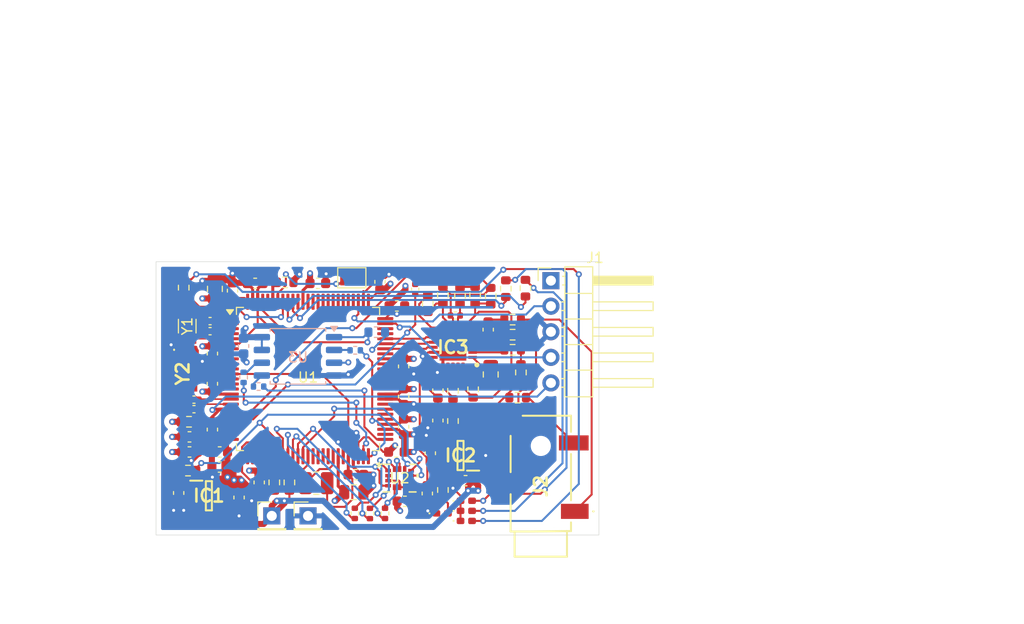
<source format=kicad_pcb>
(kicad_pcb (version 20241229) (generator "pcbnew") (generator_version "9.0")
  (layers (0 "F.Cu" signal) (4 "In1.Cu" power) (6 "In2.Cu" power) (2 "B.Cu" signal) (13 "F.Paste" user) (15 "B.Paste" user) (5 "F.SilkS" user "F.Silkscreen") (7 "B.SilkS" user "B.Silkscreen") (1 "F.Mask" user) (3 "B.Mask" user) (25 "Edge.Cuts" user))
  (net 0 "")
  (net 1 "GND")
  (net 2 "3V3")
  (net 3 "Net-(C13-Pad1)")
  (net 4 "Net-(U1-VLXSMPS)")
  (net 9 "NRST")
  (net 19 "Net-(U1-PH1)")
  (net 26 "Net-(U1-PH0)")
  (net 28 "Net-(U1-PC15)")
  (net 42 "VBAT")
  (net 47 "Net-(U1-PC14)")
  (net 49 "Vin")
  (net 50 "SWCLK")
  (net 51 "Net-(U1-PH3)")
  (net 52 "SWDIO")
  (net 53 "3V3Analog")
  (net 54 "Net-(IC3-HPDRIVE)")
  (net 55 "Net-(IC3-HPSENSE)")
  (net 56 "Net-(IC3-RLDFB)")
  (net 57 "Net-(IC3-RLD)")
  (net 58 "AIN1")
  (net 59 "Net-(IC3-OPAMP+)")
  (net 60 "AIN0")
  (net 61 "Net-(C34-Pad1)")
  (net 62 "SDN")
  (net 63 "LO-")
  (net 64 "Net-(IC3-IAOUT)")
  (net 65 "Net-(IC3-REFIN)")
  (net 66 "Net-(IC3--IN)")
  (net 67 "LO+")
  (net 68 "Net-(IC3-+IN)")
  (net 69 "Net-(IC3-OPAMP-)")
  (net 70 "LA")
  (net 71 "RA")
  (net 72 "RL")
  (net 73 "INT1")
  (net 74 "CS")
  (net 75 "INT2")
  (net 76 "SDA")
  (net 77 "SCL")
  (net 78 "SDO")
  (net 80 "PB2")
  (net 82 "Net-(U2-SDO{slash}TA0)")
  (net 83 "Net-(U2-SDA)")
  (net 84 "Net-(U2-SCL)")
  (net 87 "Net-(D1-A)")
  (net 88 "Net-(D2-A)")
  (net 89 "Net-(D3-A)")
  (net 90 "Net-(D4-A)")
  (net 91 "LED1")
  (net 92 "LED2")
  (net 93 "LED3")
  (net 94 "Net-(JP1-A)")
  (net 96 "CS-Flash")
  (net 97 "Net-(U3-CLK)")
  (net 98 "CLK-Flash")
  (net 99 "DI-Flash")
  (net 100 "Net-(U3-DI{slash}IO_{0})")
  (net 101 "Net-(U3-DO{slash}IO_{1})")
  (net 102 "DO-Flash")
  (footprint "TPS7A2028PDBVR:SOT95P280X145-5N" (layer "F.Cu") (at 165.75 109.25 180)
    (property "Reference" "IC2")
    (property "Value" "TPS7A2028PDBVR" (hide yes))
  )
  (footprint "Capacitor_SMD:C_0805_2012Metric" (layer "F.Cu") (at 141.35 92.7 -90)
    (property "Reference" "C15" (hide yes))
    (property "Value" "10uF")
  )
  (footprint "Capacitor_SMD:C_0603_1608Metric" (layer "F.Cu") (at 138.825 108.9)
    (property "Reference" "C19" (hide yes))
    (property "Value" "1uF")
  )
  (footprint "Connector_PinHeader_2.54mm:PinHeader_1x01_P2.54mm_Vertical" (layer "F.Cu") (at 150.6 115.25)
    (property "Reference" "TP2" (hide yes))
    (property "Value" "TestPoint")
  )
  (footprint "Inductor_SMD:L_1008_2520Metric" (layer "F.Cu") (at 151.425 112)
    (property "Reference" "L1" (hide yes))
    (property "Value" "2.2uH")
  )
  (footprint "Capacitor_SMD:C_0402_1005Metric" (layer "F.Cu") (at 161.25 92.72 -90)
    (property "Reference" "C34" (hide yes))
    (property "Value" "2.7nF")
  )
  (footprint "Jumper:SolderJumper-2_P1.3mm_Open_Pad1.0x1.5mm" (layer "F.Cu") (at 154.95 91.6)
    (property "Reference" "JP1" (hide yes))
    (property "Value" "SolderJumper_2_Open")
  )
  (footprint "Capacitor_SMD:C_0603_1608Metric" (layer "F.Cu") (at 141.1 99.125 -90)
    (property "Reference" "C11" (hide yes))
    (property "Value" "100nF")
  )
  (footprint "AD8232ACPZ-R7:QFN50P400X400X80-21N-D" (layer "F.Cu") (at 165 98.5 180)
    (property "Reference" "IC3")
    (property "Value" "AD8232ACPZ-R7" (hide yes))
  )
  (footprint "Resistor_SMD:R_0402_1005Metric" (layer "F.Cu") (at 158.25 115 -90)
    (property "Reference" "R20" (hide yes))
    (property "Value" "33Ohm")
  )
  (footprint "Capacitor_SMD:C_0402_1005Metric" (layer "F.Cu") (at 139.27 103.7 180)
    (property "Reference" "C22" (hide yes))
    (property "Value" "8pF")
  )
  (footprint "Capacitor_SMD:C_0603_1608Metric" (layer "F.Cu") (at 141.1 106.675 90)
    (property "Reference" "C20" (hide yes))
    (property "Value" "100nF")
  )
  (footprint "Resistor_SMD:R_0603_1608Metric" (layer "F.Cu") (at 167.2 93.325 90)
    (property "Reference" "R11" (hide yes))
    (property "Value" "1MOhm")
  )
  (footprint "SJ2-35813B-SMT-TR:SJ235813BSMTTR" (layer "F.Cu") (at 173.675 112.3 90)
    (property "Reference" "J2")
    (property "Value" "SJ2-35813B-SMT-TR" (hide yes))
  )
  (footprint "Resistor_SMD:R_0402_1005Metric" (layer "F.Cu") (at 155.25 115 90)
    (property "Reference" "R18" (hide yes))
    (property "Value" "33Ohm")
  )
  (footprint "Resistor_SMD:R_0603_1608Metric" (layer "F.Cu") (at 148.75 111.925 90)
    (property "Reference" "R17" (hide yes))
    (property "Value" "1MOhm")
  )
  (footprint "Crystal:Crystal_SMD_3215-2Pin_3.2x1.5mm" (layer "F.Cu") (at 138.6 96.4 -90)
    (property "Reference" "Y1")
    (property "Value" "32.768kHz")
  )
  (footprint "Capacitor_SMD:C_0603_1608Metric" (layer "F.Cu") (at 160.1 106.4 90)
    (property "Reference" "C4" (hide yes))
    (property "Value" "100nF")
  )
  (footprint "Capacitor_SMD:C_0603_1608Metric" (layer "F.Cu") (at 141.825 108.9 180)
    (property "Reference" "C16" (hide yes))
    (property "Value" "100nF")
  )
  (footprint "Capacitor_SMD:C_0603_1608Metric" (layer "F.Cu") (at 145.35 92.15 180)
    (property "Reference" "C14" (hide yes))
    (property "Value" "2.2uF")
  )
  (footprint "Resistor_SMD:R_0603_1608Metric" (layer "F.Cu") (at 171.425 103.5)
    (property "Reference" "R8" (hide yes))
    (property "Value" "10MOhm")
  )
  (footprint "TPS7A2028PDBVR:SOT95P280X145-5N" (layer "F.Cu") (at 140.75 113.25)
    (property "Reference" "IC1")
    (property "Value" "TPS7A2028PDBVR" (hide yes))
  )
  (footprint "Capacitor_SMD:C_0603_1608Metric" (layer "F.Cu") (at 137.75 112.975 -90)
    (property "Reference" "C25" (hide yes))
    (property "Value" "1uF")
  )
  (footprint "Capacitor_SMD:C_0603_1608Metric" (layer "F.Cu") (at 151.575 92.15 180)
    (property "Reference" "C8" (hide yes))
    (property "Value" "100nF")
  )
  (footprint "Resistor_SMD:R_0603_1608Metric" (layer "F.Cu") (at 170.25 92.675 90)
    (property "Reference" "R22" (hide yes))
    (property "Value" "10kOhm")
  )
  (footprint "Capacitor_SMD:C_0603_1608Metric" (layer "F.Cu") (at 166.25 111.75 180)
    (property "Reference" "C27" (hide yes))
    (property "Value" "1uF")
  )
  (footprint "Capacitor_SMD:C_0603_1608Metric" (layer "F.Cu") (at 155.35 111.15)
    (property "Reference" "C13" (hide yes))
    (property "Value" "2.2uF")
  )
  (footprint "Capacitor_SMD:C_0603_1608Metric" (layer "F.Cu") (at 160.1 100.4 90)
    (property "Reference" "C6" (hide yes))
    (property "Value" "100nF")
  )
  (footprint "Capacitor_SMD:C_0603_1608Metric" (layer "F.Cu") (at 143.1 92.875 -90)
    (property "Reference" "C9" (hide yes))
    (property "Value" "100nF")
  )
  (footprint "Capacitor_SMD:C_0402_1005Metric" (layer "F.Cu") (at 165.23 95.35)
    (property "Reference" "C33" (hide yes))
    (property "Value" "6.8nF")
  )
  (footprint "Capacitor_SMD:C_0603_1608Metric" (layer "F.Cu") (at 163.5 105.775 90)
    (property "Reference" "C29" (hide yes))
    (property "Value" "100nF")
  )
  (footprint "Capacitor_SMD:C_0603_1608Metric" (layer "F.Cu") (at 163.5 102.775 -90)
    (property "Reference" "C30" (hide yes))
    (property "Value" "100nF")
  )
  (footprint "Capacitor_SMD:C_0402_1005Metric" (layer "F.Cu") (at 139.27 104.65)
    (property "Reference" "C21" (hide yes))
    (property "Value" "8pF")
  )
  (footprint "Capacitor_SMD:C_0603_1608Metric" (layer "F.Cu") (at 162.45 113.025 -90)
    (property "Reference" "C35" (hide yes))
    (property "Value" "100nF")
  )
  (footprint "Resistor_SMD:R_0603_1608Metric" (layer "F.Cu") (at 167 102.675 90)
    (property "Reference" "R5" (hide yes))
    (property "Value" "10MOhm")
  )
  (footprint "Capacitor_SMD:C_0603_1608Metric" (layer "F.Cu") (at 159.425 94.4)
    (property "Reference" "C10" (hide yes))
    (property "Value" "100nF")
  )
  (footprint "Resistor_SMD:R_0603_1608Metric" (layer "F.Cu") (at 162.5 94.175 90)
    (property "Reference" "R15" (hide yes))
    (property "Value" "1MOhm")
  )
  (footprint "Resistor_SMD:R_0603_1608Metric" (layer "F.Cu") (at 172.2 92.625 90)
    (property "Reference" "R23" (hide yes))
    (property "Value" "10kOhm")
  )
  (footprint "Capacitor_SMD:C_0805_2012Metric" (layer "F.Cu") (at 168.75 101.2 -90)
    (property "Reference" "C31" (hide yes))
    (property "Value" "4.7uF")
  )
  (footprint "Resistor_SMD:R_0603_1608Metric" (layer "F.Cu") (at 138.775 105.9)
    (property "Reference" "R1" (hide yes))
    (property "Value" "10kOhm")
  )
  (footprint "Connector_PinHeader_2.54mm:PinHeader_1x05_P2.54mm_Horizontal" (layer "F.Cu") (at 174.73 91.88)
    (property "Reference" "J1")
    (property "Value" "Conn_01x05_Pin")
  )
  (footprint "Resistor_SMD:R_0603_1608Metric" (layer "F.Cu") (at 165 105.825 90)
    (property "Reference" "R4" (hide yes))
    (property "Value" "10MOhm")
  )
  (footprint "Resistor_SMD:R_0603_1608Metric" (layer "F.Cu") (at 164 112.675 -90)
    (property "Reference" "R25" (hide yes))
    (property "Value" "10kOhm")
  )
  (footprint "LED_SMD:LED_0402_1005Metric_Pad0.77x0.64mm_HandSolder" (layer "F.Cu") (at 166.3225 113.75)
    (property "Reference" "D1" (hide yes))
    (property "Value" "LED")
  )
  (footprint "Capacitor_SMD:C_0603_1608Metric" (layer "F.Cu") (at 141.1 102.125 -90)
    (property "Reference" "C1" (hide yes))
    (property "Value" "100nF")
  )
  (footprint "Resistor_SMD:R_0603_1608Metric" (layer "F.Cu") (at 170.925 97.25 180)
    (property "Reference" "R7" (hide yes))
    (property "Value" "180kOhm")
  )
  (footprint "Capacitor_SMD:C_0603_1608Metric" (layer "F.Cu") (at 145.75 111.925 90)
    (property "Reference" "C2" (hide yes))
    (property "Value" "100nF")
  )
  (footprint "Resistor_SMD:R_0402_1005Metric" (layer "F.Cu") (at 156.75 115.01 -90)
    (property "Reference" "R19" (hide yes))
    (property "Value" "33Ohm")
  )
  (footprint "LED_SMD:LED_0402_1005Metric_Pad0.77x0.64mm_HandSolder" (layer "F.Cu") (at 163.9275 115)
    (property "Reference" "D4" (hide yes))
    (property "Value" "LED")
  )
  (footprint "Resistor_SMD:R_0603_1608Metric" (layer "F.Cu") (at 168.75 93.425 90)
    (property "Reference" "R12" (hide yes))
    (property "Value" "100kOhm")
  )
  (footprint "Connector_PinHeader_2.54mm:PinHeader_1x01_P2.54mm_Vertical" (layer "F.Cu") (at 147 115.25)
    (property "Reference" "TP1" (hide yes))
    (property "Value" "TestPoint")
  )
  (footprint "Resistor_SMD:R_0603_1608Metric" (layer "F.Cu") (at 164 93.325 -90)
    (property "Reference" "R14" (hide yes))
    (property "Value" "332kOhm")
  )
  (footprint "Resistor_SMD:R_0603_1608Metric" (layer "F.Cu") (at 147.25 111.925 90)
    (property "Reference" "R16" (hide yes))
    (property "Value" "1MOhm")
  )
  (footprint "Capacitor_SMD:C_0402_1005Metric" (layer "F.Cu") (at 140.87 95.9)
    (property "Reference" "C24" (hide yes))
    (property "Value" "6pF")
  )
  (footprint "Capacitor_SMD:C_0603_1608Metric" (layer "F.Cu") (at 160.1 103.4 90)
    (property "Reference" "C5" (hide yes))
    (property "Value" "100nF")
  )
  (footprint "Capacitor_SMD:C_0603_1608Metric" (layer "F.Cu") (at 157.75 92 -90)
    (property "Reference" "C7" (hide yes))
    (property "Value" "100nF")
  )
  (footprint "LED_SMD:LED_0402_1005Metric_Pad0.77x0.64mm_HandSolder" (layer "F.Cu") (at 166.3225 114.75)
    (property "Reference" "D2" (hide yes))
    (property "Value" "LED")
  )
  (footprint "Resistor_SMD:R_0603_1608Metric" (layer "F.Cu") (at 138.675 110.75)
    (property "Reference" "R21" (hide yes))
    (property "Value" "10kOhm")
  )
  (footprint "Resistor_SMD:R_0603_1608Metric" (layer "F.Cu") (at 170.925 98.75)
    (property "Reference" "R6" (hide yes))
    (property "Value" "180kOhm")
  )
  (footprint "Capacitor_SMD:C_0603_1608Metric" (layer "F.Cu") (at 138.825 107.4 180)
    (property "Reference" "C18" (hide yes))
    (property "Value" "100nF")
  )
  (footprint "Capacitor_SMD:C_0402_1005Metric" (layer "F.Cu") (at 140.87 96.9 180)
    (property "Reference" "C23" (hide yes))
    (property "Value" "6pF")
  )
  (footprint "Capacitor_SMD:C_0603_1608Metric" (layer "F.Cu") (at 143.75 113.425 -90)
    (property "Reference" "C26" (hide yes))
    (property "Value" "1uF")
  )
  (footprint "Capacitor_SMD:C_0603_1608Metric" (layer "F.Cu") (at 168.5 96.75 90)
    (property "Reference" "C32" (hide yes))
    (property "Value" "1nF")
  )
  (footprint "ST1VAFE6AXTR:LGA-14L_STM" (layer "F.Cu") (at 159.7 111.499999)
    (property "Reference" "U2")
    (property "Value" "ST1VAFE6AXTR")
  )
  (footprint "CX3225FB16000D0FZZH1:CX3225FB16000D0FZZH1" (layer "F.Cu") (at 138.15 101.1 -90)
    (property "Reference" "Y2")
    (property "Value" "CX3225FB16000D0FZZH1" (hide yes))
  )
  (footprint "Capacitor_SMD:C_0603_1608Metric" (layer "F.Cu") (at 160.225 113.8)
    (property "Reference" "C36" (hide yes))
    (property "Value" "100nF")
  )
  (footprint "Resistor_SMD:R_0603_1608Metric" (layer "F.Cu") (at 165.7 93.375 90)
    (property "Reference" "R13" (hide yes))
    (property "Value" "1MOhm")
  )
  (footprint "LED_SMD:LED_0402_1005Metric_Pad0.77x0.64mm_HandSolder" (layer "F.Cu") (at 166.3225 115.75)
    (property "Reference" "D3" (hide yes))
    (property "Value" "LED")
  )
  (footprint "Resistor_SMD:R_0603_1608Metric" (layer "F.Cu") (at 148.325 92.05)
    (property "Reference" "R2" (hide yes))
    (property "Value" "10kOhm")
  )
  (footprint "Capacitor_SMD:C_0603_1608Metric" (layer "F.Cu") (at 141.825 110.4 180)
    (property "Reference" "C17" (hide yes))
    (property "Value" "1uF")
  )
  (footprint "Capacitor_SMD:C_0805_2012Metric" (layer "F.Cu") (at 155.15 112.9)
    (property "Reference" "C12" (hide yes))
    (property "Value" "10uF")
  )
  (footprint "Resistor_SMD:R_0603_1608Metric" (layer "F.Cu") (at 138.25 92.575 90)
    (property "Reference" "R24" (hide yes))
    (property "Value" "10kOhm")
  )
  (footprint "Resistor_SMD:R_0603_1608Metric" (layer "F.Cu") (at 171.75 101 90)
    (property "Reference" "R9" (hide yes))
    (property "Value" "10MOhm")
  )
  (footprint "Package_QFP:LQFP-100_14x14mm_P0.5mm" (layer "F.Cu") (at 150.6 101.65)
    (property "Reference" "U1")
    (property "Value" "STM32U5G9VJTxQ")
  )
  (footprint "Capacitor_SMD:C_0603_1608Metric" (layer "F.Cu") (at 159.375 108.9 180)
    (property "Reference" "C3" (hide yes))
    (property "Value" "100nF")
  )
  (footprint "Capacitor_SMD:C_0603_1608Metric" (layer "F.Cu") (at 162.75 109.025 90)
    (property "Reference" "C28" (hide yes))
    (property "Value" "1uF")
  )
  (footprint "Resistor_SMD:R_0603_1608Metric" (layer "F.Cu") (at 170.925 95.75 180)
    (property "Reference" "R10" (hide yes))
    (property "Value" "360kOhm")
  )
  (footprint "Resistor_SMD:R_0603_1608Metric" (layer "F.Cu") (at 165 102.825 90)
    (property "Reference" "R3" (hide yes))
    (property "Value" "10MOhm")
  )
  (footprint "Resistor_SMD:R_0402_1005Metric" (layer "B.Cu") (at 144.2 101.49 90)
    (property "Reference" "R27" (hide yes))
    (property "Value" "33Ohm")
  )
  (footprint "Resistor_SMD:R_0402_1005Metric" (layer "B.Cu") (at 145.69 102.4 180)
    (property "Reference" "R28" (hide yes))
    (property "Value" "33Ohm")
  )
  (footprint "Capacitor_SMD:C_0603_1608Metric" (layer "B.Cu") (at 144.2 98.375 -90)
    (property "Reference" "C37" (hide yes))
    (property "Value" "100nF")
  )
  (footprint "Resistor_SMD:R_0603_1608Metric" (layer "B.Cu") (at 157.425 97 180)
    (property "Reference" "R26" (hide yes))
    (property "Value" "10kOhm")
  )
  (footprint "Resistor_SMD:R_0402_1005Metric" (layer "B.Cu") (at 155.29 98.8 180)
    (property "Reference" "R29" (hide yes))
    (property "Value" "33Ohm")
  )
  (footprint "Package_SO:SOIC-8_5.3x5.3mm_P1.27mm" (layer "B.Cu") (at 149.6 99.4 180)
    (property "Reference" "U3")
    (property "Value" "W25Q128JVS")
  )
  (gr_rect (start 135.5 90) (end 179.5 117.15) (stroke (width 0.05)) (fill no) (layer "Edge.Cuts"))
  (segment (start 159.7 111.837198) (end 159.7 112.401699) (width 0.2) (layer "F.Cu") (net 1))
  (segment (start 146.2 107.95) (end 146.6 108.35) (width 0.2) (layer "F.Cu") (net 1))
  (segment (start 165.75 113.75) (end 165.75 113.25) (width 0.2) (layer "F.Cu") (net 1))
  (segment (start 139 100) (end 139 99.201) (width 0.4) (layer "F.Cu") (net 1))
  (segment (start 142.925 102.65) (end 142.091176 102.65) (width 0.2) (layer "F.Cu") (net 1))
  (segment (start 143.1 92.1) (end 143.1 91.15) (width 0.6) (layer "F.Cu") (net 1))
  (segment (start 165.75 113.25) (end 165 112.5) (width 0.2) (layer "F.Cu") (net 1))
  (segment (start 160.125 104.15) (end 160.1 104.175) (width 0.6) (layer "F.Cu") (net 1))
  (segment (start 160.15 108.9) (end 160.15 107.225) (width 0.6) (layer "F.Cu") (net 1))
  (segment (start 145.75 112.7) (end 145.75 112.600057) (width 0.2) (layer "F.Cu") (net 1))
  (segment (start 138.79 103.7) (end 138.55 103.7) (width 0.5) (layer "F.Cu") (net 1))
  (segment (start 160.199999 112.999999) (end 161 113.8) (width 0.2) (layer "F.Cu") (net 1))
  (segment (start 167 109.25) (end 165.45 109.25) (width 0.4) (layer "F.Cu") (net 1))
  (segment (start 149.15 92.05) (end 149.15 91.85) (width 0.6) (layer "F.Cu") (net 1))
  (segment (start 137.299 98.551) (end 136.85 98.102) (width 0.4) (layer "F.Cu") (net 1))
  (segment (start 141.35 91.75) (end 142.75 91.75) (width 0.8) (layer "F.Cu") (net 1))
  (segment (start 143.75 115.25) (end 143.75 114.2) (width 0.6) (layer "F.Cu") (net 1))
  (segment (start 166.25 109.25) (end 167 109.25) (width 0.4) (layer "F.Cu") (net 1))
  (segment (start 163.45 106.5) (end 163.5 106.55) (width 0.6) (layer "F.Cu") (net 1))
  (segment (start 158.275 103.65) (end 159.575 103.65) (width 0.3) (layer "F.Cu") (net 1))
  (segment (start 162.14555 99.39555) (end 162.5411 99) (width 0.2) (layer "F.Cu") (net 1))
  (segment (start 154.1 108.4) (end 154.1 109.325) (width 0.3) (layer "F.Cu") (net 1))
  (segment (start 138.35 98.551) (end 137.299 98.551) (width 0.4) (layer "F.Cu") (net 1))
  (segment (start 139.6 107.4) (end 141.05 107.4) (width 0.6) (layer "F.Cu") (net 1))
  (segment (start 157.1 111.15) (end 156.125 111.15) (width 0.6) (layer "F.Cu") (net 1))
  (segment (start 153.6 107.9) (end 154.1 108.4) (width 0.3) (layer "F.Cu") (net 1))
  (segment (start 158.275 106.65) (end 159.575 106.65) (width 0.3) (layer "F.Cu") (net 1))
  (segment (start 137.6 96.65) (end 140.14 96.65) (width 0.4) (layer "F.Cu") (net 1))
  (segment (start 138.79 103.7) (end 138.79 104.65) (width 0.5) (layer "F.Cu") (net 1))
  (segment (start 156.1 111.175) (end 156.125 111.15) (width 0.6) (layer "F.Cu") (net 1))
  (segment (start 158.275 100.65) (end 159.575 100.65) (width 0.3) (layer "F.Cu") (net 1))
  (segment (start 155.6 91.6) (end 158.294034 91.6) (width 0.2) (layer "F.Cu") (net 1))
  (segment (start 165.475 111.75) (end 165.501 111.724) (width 0.4) (layer "F.Cu") (net 1))
  (segment (start 158.557 111.249999) (end 158.557 111.749999) (width 0.2) (layer "F.Cu") (net 1))
  (segment (start 137.3 101.95) (end 137.3 102.2) (width 0.4) (layer "F.Cu") (net 1))
  (segment (start 145.1 93.975) (end 145.1 92.675) (width 0.3) (layer "F.Cu") (net 1))
  (segment (start 159.612801 111.749999) (end 159.7 111.837198) (width 0.2) (layer "F.Cu") (net 1))
  (segment (start 145 113.45) (end 145.75 112.7) (width 0.6) (layer "F.Cu") (net 1))
  (segment (start 141.35 99.65) (end 141.1 99.9) (width 0.3) (layer "F.Cu") (net 1))
  (segment (start 162.75 107.65) (end 162.75 108.25) (width 0.6) (layer "F.Cu") (net 1))
  (segment (start 162.45 113.8) (end 161 113.8) (width 0.6) (layer "F.Cu") (net 1))
  (segment (start 155.1 109.325) (end 155.1 107.3) (width 0.3) (layer "F.Cu") (net 1))
  (segment (start 163.5 103.55) (end 162.724 102.774) (width 0.2) (layer "F.Cu") (net 1))
  (segment (start 158.641051 91.252983) (end 157.777983 91.252983) (width 0.6) (layer "F.Cu") (net 1))
  (segment (start 165.75 113.75) (end 165.75 115.75) (width 0.2) (layer "F.Cu") (net 1))
  (segment (start 165 98.5) (end 164 99.5) (width 0.3) (layer "F.Cu") (net 1))
  (segment (start 156.125 111.15) (end 155.870822 111.15) (width 0.3) (layer "F.Cu") (net 1))
  (segment (start 157.777983 91.252983) (end 157.75 91.225) (width 0.6) (layer "F.Cu") (net 1))
  (segment (start 139 99.201) (end 138.35 98.551) (width 0.4) (layer "F.Cu") (net 1))
  (segment (start 165 106.65) (end 163.6 106.65) (width 0.2) (layer "F.Cu") (net 1))
  (segment (start 162.724 101.55089) (end 163.82489 100.45) (width 0.2) (layer "F.Cu") (net 1))
  (segment (start 140.39 96.9) (end 140.39 95.9) (width 0.5) (layer "F.Cu") (net 1))
  (segment (start 165.45 109.25) (end 164.5 108.3) (width 0.4) (layer "F.Cu") (net 1))
  (segment (start 141.05 108.9) (end 141.05 107.5) (width 0.6) (layer "F.Cu") (net 1))
  (segment (start 163.05 99) (end 164.5 99) (width 0.3) (layer "F.Cu") (net 1))
  (segment (start 160.843 111.749999) (end 160.278501 111.749999) (width 0.2) (layer "F.Cu") (net 1))
  (segment (start 144.525 92.1) (end 144.575 92.15) (width 0.6) (layer "F.Cu") (net 1))
  (segment (start 158.557 111.749999) (end 159.612801 111.749999) (width 0.2) (layer "F.Cu") (net 1))
  (segment (start 136.85 98.102) (end 136.85 97.4) (width 0.4) (layer "F.Cu") (net 1))
  (segment (start 157.1 112.25) (end 156.45 112.9) (width 0.6) (layer "F.Cu") (net 1))
  (segment (start 159.421618 95.178382) (end 160.2 94.4) (width 0.6) (layer "F.Cu") (net 1))
  (segment (start 146.6 108.35) (end 146.6 109.325) (width 0.2) (layer "F.Cu") (net 1))
  (segment (start 158.294034 91.6) (end 158.641051 91.252983) (width 0.2) (layer "F.Cu") (net 1))
  (segment (start 139.6 108.9) (end 141.05 108.9) (width 0.6) (layer "F.Cu") (net 1))
  (segment (start 156.1 93.975) (end 156.1 93.141176) (width 0.2) (layer "F.Cu") (net 1))
  (segment (start 144.05 110.900057) (end 144.05 108.4) (width 0.2) (layer "F.Cu") (net 1))
  (segment (start 162.5411 99) (end 163.05 99) (width 0.2) (layer "F.Cu") (net 1))
  (segment (start 141.4 107.15) (end 141.1 107.45) (width 0.3) (layer "F.Cu") (net 1))
  (segment (start 145.1 92.675) (end 144.575 92.15) (width 0.3) (layer "F.Cu") (net 1))
  (segment (start 138.25 113.25) (end 139.5 113.25) (width 0.4) (layer "F.Cu") (net 1))
  (segment (start 142.75 91.75) (end 143.1 92.1) (width 0.8) (layer "F.Cu") (net 1))
  (segment (start 161.1 104.15) (end 160.125 104.15) (width 0.6) (layer "F.Cu") (net 1))
  (segment (start 165.5 111.775) (end 165.475 111.75) (width 0.6) (layer "F.Cu") (net 1))
  (segment (start 141.2 91.9) (end 141.35 91.75) (width 0.6) (layer "F.Cu") (net 1))
  (segment (start 160.125 101.15) (end 160.1 101.175) (width 0.6) (layer "F.Cu") (net 1))
  (segment (start 141.1 111.4) (end 141.1 110.45) (width 0.6) (layer "F.Cu") (net 1))
  (segment (start 155.1 107.3) (end 155.4 107) (width 0.3) (layer "F.Cu") (net 1))
  (segment (start 141.05 107.4) (end 141.1 107.45) (width 0.6) (layer "F.Cu") (net 1))
  (segment (start 160.125 107.15) (end 160.1 107.175) (width 0.6) (layer "F.Cu") (net 1))
  (segment (start 161.1 101.15) (end 160.125 101.15) (width 0.6) (layer "F.Cu") (net 1))
  (segment (start 155.1 109.325) (end 155.1 110.4) (width 0.3) (layer "F.Cu") (net 1))
  (segment (start 165 112.5) (end 165.5 112) (width 0.6) (layer "F.Cu") (net 1))
  (segment (start 159.575 106.65) (end 160.1 107.175) (width 0.3) (layer "F.Cu") (net 1))
  (segment (start 163.355 115) (end 162.75 115) (width 0.2) (layer "F.Cu") (net 1))
  (segment (start 145.8 112.75) (end 145.75 112.7) (width 0.2) (layer "F.Cu") (net 1))
  (segment (start 162.35 107.25) (end 162.75 107.65) (width 0.6) (layer "F.Cu") (net 1))
  (segment (start 162.75 115) (end 162.5 114.75) (width 0.2) (layer "F.Cu") (net 1))
  (segment (start 141.05 110.4) (end 141.05 108.9) (width 0.6) (layer "F.Cu") (net 1))
  (segment (start 165.501 109.999) (end 166.25 109.25) (width 0.4) (layer "F.Cu") (net 1))
  (segment (start 156.45 112.9) (end 156.1 112.9) (width 0.6) (layer "F.Cu") (net 1))
  (segment (start 152.35 91.25) (end 152.4 91.2) (width 0.6) (layer "F.Cu") (net 1))
  (segment (start 164 99.5) (end 164 100.45) (width 0.3) (layer "F.Cu") (net 1))
  (segment (start 159.575 100.65) (end 160.1 101.175) (width 0.3) (layer "F.Cu") (net 1))
  (segment (start 140.14 96.65) (end 140.39 96.9) (width 0.4) (layer "F.Cu") (net 1))
  (segment (start 162 99.39555) (end 162.14555 99.39555) (width 0.2) (layer "F.Cu") (net 1))
  (segment (start 142.925 107.15) (end 141.4 107.15) (width 0.3) (layer "F.Cu") (net 1))
  (segment (start 167 109.25) (end 168.25 109.25) (width 0.4) (layer "F.Cu") (net 1))
  (segment (start 162.5 113.85) (end 162.45 113.8) (width 0.6) (layer "F.Cu") (net 1))
  (segment (start 147.25 112.75) (end 145.8 112.75) (width 0.2) (layer "F.Cu") (net 1))
  (segment (start 145 113.75) (end 145 113.45) (width 0.6) (layer "F.Cu") (net 1))
  (segment (start 162.724 102.774) (end 162.724 101.55089) (width 0.2) (layer "F.Cu") (net 1))
  (segment (start 143.1 92.1) (end 144.525 92.1) (width 0.6) (layer "F.Cu") (net 1))
  (segment (start 137.3 102.21) (end 137.3 101.95) (width 0.5) (layer "F.Cu") (net 1))
  (segment (start 136.85 97.4) (end 137.6 96.65) (width 0.4) (layer "F.Cu") (net 1))
  (segment (start 156.1 112.9) (end 156.1 111.175) (width 0.6) (layer "F.Cu") (net 1))
  (segment (start 160.199999 111.828501) (end 160.199999 112.401699) (width 0.2) (layer "F.Cu") (net 1))
  (segment (start 160.278501 111.749999) (end 160.199999 111.828501) (width 0.2) (layer "F.Cu") (net 1))
  (segment (start 159.7 112.401699) (end 160.199999 112.401699) (width 0.2) (layer "F.Cu") (net 1))
  (segment (start 137.75 113.75) (end 138.25 113.25) (width 0.4) (layer "F.Cu") (net 1))
  (segment (start 140.1 99.9) (end 141.1 99.9) (width 0.6) (layer "F.Cu") (net 1))
  (segment (start 163.45 101) (end 164 100.45) (width 0.3) (layer "F.Cu") (net 1))
  (segment (start 139 100.25) (end 137.3 101.95) (width 0.4) (layer "F.Cu") (net 1))
  (segment (start 157.988193 91.252983) (end 158.641051 91.252983) (width 0.2) (layer "F.Cu") (net 1))
  (segment (start 141.1 110.45) (end 141.05 110.4) (width 0.6) (layer "F.Cu") (net 1))
  (segment (start 138.79 104.65) (end 137.3 103.16) (width 0.5) (layer "F.Cu") (net 1))
  (segment (start 160.199999 112.401699) (end 160.199999 112.999999) (width 0.2) (layer "F.Cu") (net 1))
  (segment (start 161.1 107.15) (end 160.125 107.15) (width 0.6) (layer "F.Cu") (net 1))
  (segment (start 141.05 107.5) (end 141.1 107.45) (width 0.6) (layer "F.Cu") (net 1))
  (segment (start 139.6 107.4) (end 139.6 108.9) (width 0.6) (layer "F.Cu") (net 1))
  (segment (start 163.5 105) (end 163.5 103.55) (width 0.2) (layer "F.Cu") (net 1))
  (segment (start 164.5 99) (end 165 98.5) (width 0.3) (layer "F.Cu") (net 1))
  (segment (start 162.5 106.5) (end 163.45 106.5) (width 0.6) (layer "F.Cu") (net 1))
  (segment (start 156.1 93.975) (end 156.1 92.9) (width 0.2) (layer "F.Cu") (net 1))
  (segment (start 144.5 107.95) (end 146.2 107.95) (width 0.2) (layer "F.Cu") (net 1))
  (segment (start 139 100) (end 139 100.25) (width 0.4) (layer "F.Cu") (net 1))
  (segment (start 137.3 102.45) (end 137.3 102.2) (width 0.5) (layer "F.Cu") (net 1))
  (segment (start 159.575 103.65) (end 160.1 104.175) (width 0.3) (layer "F.Cu") (net 1))
  (segment (start 163.6 106.65) (end 163.5 106.55) (width 0.2) (layer "F.Cu") (net 1))
  (segment (start 160.15 107.225) (end 160.1 107.175) (width 0.6) (layer "F.Cu") (net 1))
  (segment (start 142.091176 102.65) (end 141.1 101.658824) (width 0.2) (layer "F.Cu") (net 1))
  (segment (start 138.55 103.7) (end 137.3 102.45) (width 0.5) (layer "F.Cu") (net 1))
  (segment (start 163.82489 100.45) (end 164 100.45) (width 0.2) (layer "F.Cu") (net 1))
  (segment (start 137.3 103.16) (end 137.3 102.2) (width 0.5) (layer "F.Cu") (net 1))
  (segment (start 139.64 96.65) (end 140.39 95.9) (width 0.4) (layer "F.Cu") (net 1))
  (segment (start 149.15 91.85) (end 149.75 91.25) (width 0.6) (layer "F.Cu") (net 1))
  (segment (start 142.925 99.65) (end 141.35 99.65) (width 0.3) (layer "F.Cu") (net 1))
  (segment (start 144.05 108.4) (end 144.5 107.95) (width 0.2) (layer "F.Cu") (net 1))
  (segment (start 156.1 93.141176) (end 157.988193 91.252983) (width 0.2) (layer "F.Cu") (net 1))
  (segment (start 162.5 114.75) (end 162.5 113.85) (width 0.6) (layer "F.Cu") (net 1))
  (segment (start 141.1 101.658824) (end 141.1 101.35) (width 0.2) (layer "F.Cu") (net 1))
  (segment (start 145.75 112.600057) (end 144.05 110.900057) (width 0.2) (layer "F.Cu") (net 1))
  (segment (start 160.15 108.9) (end 161.1 108.9) (width 0.6) (layer "F.Cu") (net 1))
  (segment (start 141.1 101.35) (end 141.1 99.9) (width 0.5) (layer "F.Cu") (net 1))
  (segment (start 152.35 92.15) (end 152.35 91.25) (width 0.6) (layer "F.Cu") (net 1))
  (segment (start 155.870822 111.15) (end 155.110411 110.389589) (width 0.3) (layer "F.Cu") (net 1))
  (segment (start 140.1 91.9) (end 141.2 91.9) (width 0.6) (layer "F.Cu") (net 1))
  (segment (start 165.501 111.724) (end 165.501 109.999) (width 0.4) (layer "F.Cu") (net 1))
  (segment (start 139.6 109.15) (end 139.6 108.9) (width 0.6) (layer "F.Cu") (net 1))
  (segment (start 139 109.75) (end 139.6 109.15) (width 0.6) (layer "F.Cu") (net 1))
  (segment (start 165.5 112) (end 165.5 111.775) (width 0.6) (layer "F.Cu") (net 1))
  (via (at 152.4 91.2) (size 0.6) (drill 0.3) (layers "F.Cu" "B.Cu") (net 1))
  (via (at 154.6 101.2) (size 0.6) (drill 0.3) (layers "F.Cu" "B.Cu") (net 1))
  (via (at 157.1 112.25) (size 0.6) (drill 0.3) (layers "F.Cu" "B.Cu") (net 1))
  (via (at 149.75 91.25) (size 0.6) (drill 0.3) (layers "F.Cu" "B.Cu") (net 1))
  (via (at 140.1 91.9) (size 0.6) (drill 0.3) (layers "F.Cu" "B.Cu") (net 1))
  (via (at 157.1 111.15) (size 0.6) (drill 0.3) (layers "F.Cu" "B.Cu") (net 1))
  (via (at 158.641051 91.252983) (size 0.6) (drill 0.3) (layers "F.Cu" "B.Cu") (net 1))
  (via (at 137.25 114.7) (size 0.6) (drill 0.3) (layers "F.Cu" "B.Cu") (net 1))
  (via (at 153.6 107.9) (size 0.6) (drill 0.3) (layers "F.Cu" "B.Cu") (net 1))
  (via (at 141.1 111.4) (size 0.6) (drill 0.3) (layers "F.Cu" "B.Cu") (net 1))
  (via (at 137 98.25) (size 0.6) (drill 0.3) (layers "F.Cu" "B.Cu") (net 1))
  (via (at 162.5 106.5) (size 0.6) (drill 0.3) (layers "F.Cu" "B.Cu") (net 1))
  (via (at 165 112.5) (size 0.6) (drill 0.3) (layers "F.Cu" "B.Cu") (net 1))
  (via (at 143.75 115.25) (size 0.6) (drill 0.3) (layers "F.Cu" "B.Cu") (net 1))
  (via (at 159.421618 95.178382) (size 0.6) (drill 0.3) (layers "F.Cu" "B.Cu") (net 1))
  (via (at 139 109.75) (size 0.6) (drill 0.3) (layers "F.Cu" "B.Cu") (net 1))
  (via (at 140.1 99.9) (size 0.6) (drill 0.3) (layers "F.Cu" "B.Cu") (net 1))
  (via (at 161.1 104.15) (size 0.6) (drill 0.3) (layers "F.Cu" "B.Cu") (net 1))
  (via (at 162.35 107.25) (size 0.6) (drill 0.3) (layers "F.Cu" "B.Cu") (net 1))
  (via (at 144.5 100) (size 0.6) (drill 0.3) (layers "F.Cu" "B.Cu") (net 1))
  (via (at 161.1 107.15) (size 0.6) (drill 0.3) (layers "F.Cu" "B.Cu") (net 1))
  (via (at 138.25 114.7) (size 0.6) (drill 0.3) (layers "F.Cu" "B.Cu") (net 1))
  (via (at 155.4 107) (size 0.6) (drill 0.3) (layers "F.Cu" "B.Cu") (net 1))
  (via (at 162.5 114.75) (size 0.6) (drill 0.3) (layers "F.Cu" "B.Cu") (net 1))
  (via (at 163.45 101) (size 0.6) (drill 0.3) (layers "F.Cu" "B.Cu") (net 1))
  (via (at 161.1 101.15) (size 0.6) (drill 0.3) (layers "F.Cu" "B.Cu") (net 1))
  (via (at 168.25 109.25) (size 0.6) (drill 0.3) (layers "F.Cu" "B.Cu") (net 1))
  (via (at 143.1 91.15) (size 0.6) (drill 0.3) (layers "F.Cu" "B.Cu") (net 1))
  (via (at 162 99.39555) (size 0.6) (drill 0.3) (layers "F.Cu" "B.Cu") (net 1))
  (via (at 145 113.75) (size 0.6) (drill 0.3) (layers "F.Cu" "B.Cu") (net 1))
  (via (at 161.1 108.9) (size 0.6) (drill 0.3) (layers "F.Cu" "B.Cu") (net 1))
  (segment (start 144.5 100) (end 144.2 99.7) (width 0.6) (layer "B.Cu") (net 1))
  (segment (start 144.2 99.7) (end 144.2 99.15) (width 0.6) (layer "B.Cu") (net 1))
  (segment (start 154.495 101.305) (end 154.6 101.2) (width 0.6) (layer "B.Cu") (net 1))
  (segment (start 153.1875 101.305) (end 154.495 101.305) (width 0.6) (layer "B.Cu") (net 1))
  (segment (start 161.1 105.65) (end 160.125 105.65) (width 0.6) (layer "F.Cu") (net 2))
  (segment (start 158.275 106.15) (end 159.575 106.15) (width 0.3) (layer "F.Cu") (net 2))
  (segment (start 160.125 102.65) (end 160.1 102.625) (width 0.6) (layer "F.Cu") (net 2))
  (segment (start 160.125 105.65) (end 160.1 105.625) (width 0.6) (layer "F.Cu") (net 2))
  (segment (start 158.275 103.15) (end 159.575 103.15) (width 0.3) (layer "F.Cu") (net 2))
  (segment (start 138.05 106) (end 137.95 105.9) (width 0.6) (layer "F.Cu") (net 2))
  (segment (start 138.05 108.9) (end 138.05 107.4) (width 0.6) (layer "F.Cu") (net 2))
  (segment (start 142.6 111.4) (end 142.6 110.4) (width 0.6) (layer "F.Cu") (net 2))
  (segment (start 144.75 110.75) (end 145.35 110.75) (width 0.6) (layer "F.Cu") (net 2))
  (segment (start 158.65 95.275) (end 158.275 95.65) (width 0.2) (layer "F.Cu") (net 2))
  (segment (start 159.200001 113.550001) (end 159.45 113.8) (width 0.2) (layer "F.Cu") (net 2))
  (segment (start 140.1 98.4) (end 141.05 98.4) (width 0.6) (layer "F.Cu") (net 2))
  (segment (start 159.575 106.15) (end 160.1 105.625) (width 0.3) (layer "F.Cu") (net 2))
  (segment (start 150.1 93.975) (end 150.1 92.85) (width 0.3) (layer "F.Cu") (net 2))
  (segment (start 147.1 110.158824) (end 146.859824 110.399) (width 0.2) (layer "F.Cu") (net 2))
  (segment (start 142.6 110.4) (end 142.6 108.9) (width 0.6) (layer "F.Cu") (net 2))
  (segment (start 141.15826 98.35) (end 141.1 98.35) (width 0.3) (layer "F.Cu") (net 2))
  (segment (start 160.843 110.749998) (end 161.675735 109.917263) (width 0.2) (layer "F.Cu") (net 2))
  (segment (start 157.75 92.775) (end 158.20136 92.775) (width 0.6) (layer "F.Cu") (net 2))
  (segment (start 138.05 108.9) (end 138.05 110.55) (width 0.6) (layer "F.Cu") (net 2))
  (segment (start 158.65 94.4) (end 158.65 95.275) (width 0.2) (layer "F.Cu") (net 2))
  (segment (start 160.276417 92.773583) (end 158.65 94.4) (width 0.6) (layer "F.Cu") (net 2))
  (segment (start 156.127934 107.442684) (end 156.62582 107.442684) (width 0.2) (layer "F.Cu") (net 2))
  (segment (start 159.45 114.45) (end 159.75 114.75) (width 0.6) (layer "F.Cu") (net 2))
  (segment (start 161.1 102.65) (end 160.125 102.65) (width 0.6) (layer "F.Cu") (net 2))
  (segment (start 158.275 100.15) (end 159.575 100.15) (width 0.3) (layer "F.Cu") (net 2))
  (segment (start 161.675735 109.917263) (end 161.675735 109.574265) (width 0.2) (layer "F.Cu") (net 2))
  (segment (start 138.05 107.4) (end 138.05 106) (width 0.6) (layer "F.Cu") (net 2))
  (segment (start 142.6 107.975) (end 142.6 108.9) (width 0.3) (layer "F.Cu") (net 2))
  (segment (start 138.05 110.55) (end 137.85 110.75) (width 0.6) (layer "F.Cu") (net 2))
  (segment (start 141.8 97.65) (end 141.1 98.35) (width 0.3) (layer "F.Cu") (net 2))
  (segment (start 141.05 98.4) (end 141.1 98.35) (width 0.6) (layer "F.Cu") (net 2))
  (segment (start 138.05 107.4) (end 137.1 107.4) (width 0.6) (layer "F.Cu") (net 2))
  (segment (start 142.925 97.65) (end 141.8 97.65) (width 0.3) (layer "F.Cu") (net 2))
  (segment (start 141.35 103.15) (end 141.1 102.9) (width 0.3) (layer "F.Cu") (net 2))
  (segment (start 150.1 92.85) (end 150.8 92.15) (width 0.3) (layer "F.Cu") (net 2))
  (segment (start 153.6 109.325) (end 153.6 112.3) (width 0.3) (layer "F.Cu") (net 2))
  (segment (start 158.083136 108.9) (end 158.6 108.9) (width 0.2) (layer "F.Cu") (net 2))
  (segment (start 158.05136 92.925) (end 158.78818 92.18818) (width 0.6) (layer "F.Cu") (net 2))
  (segment (start 140.1 102.9) (end 141.1 102.9) (width 0.6) (layer "F.Cu") (net 2))
  (segment (start 158.20136 92.775) (end 158.78818 92.18818) (width 0.6) (layer "F.Cu") (net 2))
  (segment (start 142.925 103.15) (end 141.35 103.15) (width 0.3) (layer "F.Cu") (net 2))
  (segment (start 146.332824 110.426) (end 146.798999 110.426) (width 0.2) (layer "F.Cu") (net 2))
  (segment (start 153.6 112.3) (end 154.2 112.9) (width 0.3) (layer "F.Cu") (net 2))
  (segment (start 150.8 91.15) (end 150.8 92.15) (width 0.6) (layer "F.Cu") (net 2))
  (segment (start 141.35 93.65) (end 143.1 93.65) (width 0.8) (layer "F.Cu") (net 2))
  (segment (start 137.95 105.9) (end 137.1 105.9) (width 0.6) (layer "F.Cu") (net 2))
  (segment (start 159.200001 112.401699) (end 159.200001 113.550001) (width 0.2) (layer "F.Cu") (net 2))
  (segment (start 138.05 108.9) (end 137.1 108.9) (width 0.6) (layer "F.Cu") (net 2))
  (segment (start 156.62582 107.442684) (end 158.083136 108.9) (width 0.2) (layer "F.Cu") (net 2))
  (segment (start 143.1 93.65) (end 144.275 93.65) (width 0.3) (layer "F.Cu") (net 2))
  (segment (start 161.1 99.65) (end 160.125 99.65) (width 0.6) (layer "F.Cu") (net 2))
  (segment (start 157.625 92.925) (end 158.05136 92.925) (width 0.6) (layer "F.Cu") (net 2))
  (segment (start 158.6 108.9) (end 159.25 108.25) (width 0.6) (layer "F.Cu") (net 2))
  (segment (start 145.75 111.15) (end 145.75 111.008824) (width 0.2) (layer "F.Cu") (net 2))
  (segment (start 153.25 113.75) (end 153.35 113.75) (width 0.6) (layer "F.Cu") (net 2))
  (segment (start 145.75 111.008824) (end 146.332824 110.426) (width 0.2) (layer "F.Cu") (net 2))
  (segment (start 156.6 93.975) (end 156.6 93.925) (width 0.2) (layer "F.Cu") (net 2))
  (segment (start 153.35 113.75) (end 154.2 112.9) (width 0.6) (layer "F.Cu") (net 2))
  (segment (start 160.276417 92.397) (end 160.276417 92.773583) (width 0.6) (layer "F.Cu") (net 2))
  (segment (start 159.575 100.15) (end 160.1 99.625) (width 0.3) (layer "F.Cu") (net 2))
  (segment (start 145.35 110.75) (end 145.75 111.15) (width 0.6) (layer "F.Cu") (net 2))
  (segment (start 159.45 113.8) (end 159.45 114.45) (width 0.6) (layer "F.Cu") (net 2))
  (segment (start 159.575 103.15) (end 160.1 102.625) (width 0.3) (layer "F.Cu") (net 2))
  (segment (start 144.275 93.65) (end 144.6 93.975) (width 0.3) (layer "F.Cu") (net 2))
  (segment (start 147.1 109.325) (end 147.1 110.158824) (width 0.2) (layer "F.Cu") (net 2))
  (segment (start 142.925 107.65) (end 142.6 107.975) (width 0.3) (layer "F.Cu") (net 2))
  (segment (start 160.125 99.65) (end 160.1 99.625) (width 0.6) (layer "F.Cu") (net 2))
  (segment (start 155.6 109.325) (end 155.6 107.970618) (width 0.2) (layer "F.Cu") (net 2))
  (segment (start 140.1 93.65) (end 141.35 93.65) (width 0.6) (layer "F.Cu") (net 2))
  (segment (start 156.6 93.925) (end 157.75 92.775) (width 0.2) (layer "F.Cu") (net 2))
  (segment (start 155.6 107.970618) (end 156.127934 107.442684) (width 0.2) (layer "F.Cu") (net 2))
  (segment (start 147.1 110.124999) (end 146.798999 110.426) (width 0.15) (layer "F.Cu") (net 2))
  (via (at 140.1 102.9) (size 0.6) (drill 0.3) (layers "F.Cu" "B.Cu") (net 2))
  (via (at 144 111.7) (size 0.6) (drill 0.3) (layers "F.Cu" "B.Cu") (net 2))
  (via (at 140.1 93.65) (size 0.6) (drill 0.3) (layers "F.Cu" "B.Cu") (net 2))
  (via (at 156.975304 98.749792) (size 0.6) (drill 0.3) (layers "F.Cu" "B.Cu") (net 2))
  (via (at 150.8 91.15) (size 0.6) (drill 0.3) (layers "F.Cu" "B.Cu") (net 2))
  (via (at 137.1 108.9) (size 0.6) (drill 0.3) (layers "F.Cu" "B.Cu") (net 2))
  (via (at 158.78818 92.18818) (size 0.6) (drill 0.3) (layers "F.Cu" "B.Cu") (net 2))
  (via (at 142.6 111.4) (size 0.6) (drill 0.3) (layers "F.Cu" "B.Cu") (net 2))
  (via (at 161.675735 109.574265) (size 0.6) (drill 0.3) (layers "F.Cu" "B.Cu") (net 2))
  (via (at 160.276417 92.397) (size 0.6) (drill 0.3) (layers "F.Cu" "B.Cu") (net 2))
  (via (at 144.4 96.6) (size 0.6) (drill 0.3) (layers "F.Cu" "B.Cu") (net 2))
  (via (at 143.25 111.7) (size 0.6) (drill 0.3) (layers "F.Cu" "B.Cu") (net 2))
  (via (at 161.1 102.65) (size 0.6) (drill 0.3) (layers "F.Cu" "B.Cu") (net 2))
  (via (at 159.25 108.25) (size 0.6) (drill 0.3) (layers "F.Cu" "B.Cu") (net 2))
  (via (at 153.25 113.75) (size 0.6) (drill 0.3) (layers "F.Cu" "B.Cu") (net 2))
  (via (at 140.1 98.4) (size 0.6) (drill 0.3) (layers "F.Cu" "B.Cu") (net 2))
  (via (at 161.1 99.65) (size 0.6) (drill 0.3) (layers "F.Cu" "B.Cu") (net 2))
  (via (at 161.1 105.65) (size 0.6) (drill 0.3) (layers "F.Cu" "B.Cu") (net 2))
  (via (at 159.75 114.75) (size 0.6) (drill 0.3) (layers "F.Cu" "B.Cu") (net 2))
  (via (at 144.75 110.75) (size 0.6) (drill 0.3) (layers "F.Cu" "B.Cu") (net 2))
  (via (at 137.1 107.4) (size 0.6) (drill 0.3) (layers "F.Cu" "B.Cu") (net 2))
  (via (at 137.1 105.9) (size 0.6) (drill 0.3) (layers "F.Cu" "B.Cu") (net 2))
  (via (at 154.6 100) (size 0.6) (drill 0.3) (layers "F.Cu" "B.Cu") (net 2))
  (segment (start 144.305 97.495) (end 144.2 97.6) (width 0.6) (layer "B.Cu") (net 2))
  (segment (start 144.2 96.8) (end 144.4 96.6) (width 0.6) (layer "B.Cu") (net 2))
  (segment (start 146.0125 97.495) (end 144.305 97.495) (width 0.6) (layer "B.Cu") (net 2))
  (segment (start 144.2 97.6) (end 144.2 96.8) (width 0.6) (layer "B.Cu") (net 2))
  (segment (start 146.0125 98.765) (end 146.0125 97.495) (width 0.2) (layer "B.Cu") (net 2))
  (segment (start 158.25 97) (end 158.25 97.475096) (width 0.2) (layer "B.Cu") (net 2))
  (segment (start 153.1875 100.035) (end 154.565 100.035) (width 0.2) (layer "B.Cu") (net 2))
  (segment (start 154.565 100.035) (end 154.6 100) (width 0.2) (layer "B.Cu") (net 2))
  (segment (start 158.25 97.475096) (end 156.975304 98.749792) (width 0.2) (layer "B.Cu") (net 2))
  (segment (start 142.925 98.15) (end 143.758824 98.15) (width 0.2) (layer "F.Cu") (net 3))
  (segment (start 153.001058 114.351) (end 154.26016 114.351) (width 0.2) (layer "F.Cu") (net 3))
  (segment (start 152.1 111.325) (end 152.425 111.325) (width 0.3) (layer "F.Cu") (net 3))
  (segment (start 145.6 93.975) (end 145.6 92.675) (width 0.3) (layer "F.Cu") (net 3))
  (segment (start 155.001 111.576) (end 154.575 111.15) (width 0.2) (layer "F.Cu") (net 3))
  (segment (start 154.6 111.125) (end 154.575 111.15) (width 0.3) (layer "F.Cu") (net 3))
  (segment (start 143.758824 98.15) (end 145.6 96.308824) (width 0.2) (layer "F.Cu") (net 3))
  (segment (start 142.925 101.15) (end 151.941176 101.15) (width 0.2) (layer "F.Cu") (net 3))
  (segment (start 154.26016 114.351) (end 155.001 113.61016) (width 0.2) (layer "F.Cu") (net 3))
  (segment (start 152.5 113.849942) (end 153.001058 114.351) (width 0.2) (layer "F.Cu") (net 3))
  (segment (start 145.6 96.308824) (end 145.6 93.975) (width 0.2) (layer "F.Cu") (net 3))
  (segment (start 154.6 109.325) (end 154.6 111.125) (width 0.3) (layer "F.Cu") (net 3))
  (segment (start 151.941176 101.15) (end 151.4 101.15) (width 0.2) (layer "F.Cu") (net 3))
  (segment (start 155.001 113.61016) (end 155.001 111.576) (width 0.2) (layer "F.Cu") (net 3))
  (segment (start 152.5 112) (end 152.5 113.849942) (width 0.2) (layer "F.Cu") (net 3))
  (segment (start 151.4 101.15) (end 145.6 95.35) (width 0.2) (layer "F.Cu") (net 3))
  (segment (start 145.6 92.675) (end 146.125 92.15) (width 0.3) (layer "F.Cu") (net 3))
  (segment (start 154.6 109.325) (end 154.6 103.808824) (width 0.2) (layer "F.Cu") (net 3))
  (segment (start 145.6 95.35) (end 145.6 93.975) (width 0.2) (layer "F.Cu") (net 3))
  (segment (start 154.6 103.808824) (end 151.941176 101.15) (width 0.2) (layer "F.Cu") (net 3))
  (segment (start 153.1 110.158824) (end 152.659824 110.599) (width 0.2) (layer "F.Cu") (net 4))
  (segment (start 151.751 110.599) (end 150.35 112) (width 0.2) (layer "F.Cu") (net 4))
  (segment (start 152.659824 110.599) (end 151.751 110.599) (width 0.2) (layer "F.Cu") (net 4))
  (segment (start 153.1 109.325) (end 153.1 110.158824) (width 0.2) (layer "F.Cu") (net 4))
  (segment (start 142.925 104.65) (end 141.175 104.65) (width 0.3) (layer "F.Cu") (net 9))
  (segment (start 141.1 105.4) (end 141.1 105.9) (width 0.3) (layer "F.Cu") (net 9))
  (segment (start 139.6 105.9) (end 140.6 105.9) (width 0.3) (layer "F.Cu") (net 9))
  (segment (start 140.6 105.9) (end 141.1 105.4) (width 0.3) (layer "F.Cu") (net 9))
  (segment (start 141.175 104.65) (end 141.1 104.725) (width 0.3) (layer "F.Cu") (net 9))
  (segment (start 174.73 102.04) (end 174.73 102.71) (width 0.2) (layer "F.Cu") (net 9))
  (segment (start 142.925 104.65) (end 141.85 104.65) (width 0.3) (layer "F.Cu") (net 9))
  (segment (start 141.85 104.65) (end 141.1 105.4) (width 0.3) (layer "F.Cu") (net 9))
  (via (at 141.1 104.725) (size 0.6) (drill 0.3) (layers "F.Cu" "B.Cu") (net 9))
  (segment (start 142.425 103.4) (end 141.1 104.725) (width 0.2) (layer "B.Cu") (net 9))
  (segment (start 173.37 103.4) (end 142.425 103.4) (width 0.2) (layer "B.Cu") (net 9))
  (segment (start 141.1 104.725) (end 141.125 104.75) (width 0.2) (layer "B.Cu") (net 9))
  (segment (start 174.73 102.04) (end 173.37 103.4) (width 0.2) (layer "B.Cu") (net 9))
  (segment (start 138.35 105.15) (end 138.436 105.236) (width 0.15) (layer "F.Cu") (net 19))
  (segment (start 138.436 105.236) (end 139.106194 105.236) (width 0.15) (layer "F.Cu") (net 19))
  (segment (start 138.1 105.15) (end 138.35 105.15) (width 0.15) (layer "F.Cu") (net 19))
  (segment (start 140.25 104.15) (end 142.925 104.15) (width 0.15) (layer "F.Cu") (net 19))
  (segment (start 139.692194 104.65) (end 139.75 104.65) (width 0.15) (layer "F.Cu") (net 19))
  (segment (start 136.4 100.9) (end 136.4 103.45) (width 0.15) (layer "F.Cu") (net 19))
  (segment (start 137.3 100) (end 136.4 100.9) (width 0.15) (layer "F.Cu") (net 19))
  (segment (start 139.75 104.65) (end 140.25 104.15) (width 0.15) (layer "F.Cu") (net 19))
  (segment (start 139.106194 105.236) (end 139.692194 104.65) (width 0.15) (layer "F.Cu") (net 19))
  (segment (start 136.4 103.45) (end 138.1 105.15) (width 0.15) (layer "F.Cu") (net 19))
  (segment (start 142.925 103.65) (end 139.8 103.65) (width 0.15) (layer "F.Cu") (net 26))
  (segment (start 139.75 103.7) (end 139 102.95) (width 0.15) (layer "F.Cu") (net 26))
  (segment (start 139.8 103.65) (end 139.75 103.7) (width 0.15) (layer "F.Cu") (net 26))
  (segment (start 139 102.95) (end 139 102.2) (width 0.15) (layer "F.Cu") (net 26))
  (segment (start 138.6 97.65) (end 140.6 97.65) (width 0.15) (layer "F.Cu") (net 28))
  (segment (start 141.6 97.15) (end 141.35 96.9) (width 0.15) (layer "F.Cu") (net 28))
  (segment (start 142.925 97.15) (end 141.6 97.15) (width 0.15) (layer "F.Cu") (net 28))
  (segment (start 140.6 97.65) (end 141.35 96.9) (width 0.15) (layer "F.Cu") (net 28))
  (segment (start 141.35 95.908824) (end 141.35 95.9) (width 0.2) (layer "F.Cu") (net 47))
  (segment (start 140.6 95.15) (end 141.35 95.9) (width 0.15) (layer "F.Cu") (net 47))
  (segment (start 142.1 96.65) (end 142.925 96.65) (width 0.15) (layer "F.Cu") (net 47))
  (segment (start 138.6 95.15) (end 140.6 95.15) (width 0.15) (layer "F.Cu") (net 47))
  (segment (start 141.35 95.9) (end 142.1 96.65) (width 0.15) (layer "F.Cu") (net 47))
  (segment (start 141.35 95.99174) (end 141.35 95.9) (width 0.3) (layer "F.Cu") (net 47))
  (segment (start 169.25 109.75) (end 168.8 110.2) (width 0.2) (layer "F.Cu") (net 49))
  (segment (start 167.025 111.75) (end 167.025 110.225) (width 0.6) (layer "F.Cu") (net 49))
  (segment (start 136.449 113.501) (end 137.75 112.2) (width 0.6) (layer "F.Cu") (net 49))
  (segment (start 148.25 114) (end 147 115.25) (width 0.6) (layer "F.Cu") (net 49))
  (segment (start 139.5 114.2) (end 139.5 114.301) (width 0.2) (layer "F.Cu") (net 49))
  (segment (start 168.8 108.3) (end 167 108.3) (width 0.2) (layer "F.Cu") (net 49))
  (segment (start 166.5 112.75) (end 166.5 112.275) (width 0.6) (layer "F.Cu") (net 49))
  (segment (start 136.449 115.031786) (end 136.449 113.501) (width 0.6) (layer "F.Cu") (net 49))
  (segment (start 167.5 112.225) (end 167.025 111.75) (width 0.6) (layer "F.Cu") (net 49))
  (segment (start 168.8 108.3) (end 169.25 108.75) (width 0.2) (layer "F.Cu") (net 49))
  (segment (start 139.5 114.301) (end 137.75 116.051) (width 0.2) (layer "F.Cu") (net 49))
  (segment (start 166.5 112.275) (end 167.025 111.75) (width 0.6) (layer "F.Cu") (net 49))
  (segment (start 167.025 110.225) (end 167 110.2) (width 0.6) (layer "F.Cu") (net 49))
  (segment (start 147 114.25) (end 147 115.25) (width 0.6) (layer "F.Cu") (net 49))
  (segment (start 146.199 116.051) (end 137.468214 116.051) (width 0.6) (layer "F.Cu") (net 49))
  (segment (start 137.468214 116.051) (end 136.449 115.031786) (width 0.6) (layer "F.Cu") (net 49))
  (segment (start 148.75 112.75) (end 148.75 113.5) (width 0.2) (layer "F.Cu") (net 49))
  (segment (start 137.75 116.051) (end 137.468214 116.051) (width 0.2) (layer "F.Cu") (net 49))
  (segment (start 168.8 110.2) (end 167 110.2) (width 0.2) (layer "F.Cu") (net 49))
  (segment (start 147 115.25) (end 146.199 116.051) (width 0.6) (layer "F.Cu") (net 49))
  (segment (start 167.5 112.75) (end 167.5 112.225) (width 0.6) (layer "F.Cu") (net 49))
  (segment (start 169.25 108.75) (end 169.25 109.75) (width 0.2) (layer "F.Cu") (net 49))
  (segment (start 148.75 113.5) (end 147 115.25) (width 0.2) (layer "F.Cu") (net 49))
  (segment (start 148.25 113.75) (end 148.25 114) (width 0.6) (layer "F.Cu") (net 49))
  (segment (start 147.5 113.75) (end 147 114.25) (width 0.6) (layer "F.Cu") (net 49))
  (via (at 147.5 113.75) (size 0.6) (drill 0.3) (layers "F.Cu" "B.Cu") (net 49))
  (via (at 166.5 112.75) (size 0.6) (drill 0.3) (layers "F.Cu" "B.Cu") (net 49))
  (via (at 167.5 112.75) (size 0.6) (drill 0.3) (layers "F.Cu" "B.Cu") (net 49))
  (via (at 148.25 113.75) (size 0.6) (drill 0.3) (layers "F.Cu" "B.Cu") (net 49))
  (segment (start 154.716214 116.349) (end 163.033786 116.349) (width 0.6) (layer "B.Cu") (net 49))
  (segment (start 163.033786 116.349) (end 166.5 112.882786) (width 0.6) (layer "B.Cu") (net 49))
  (segment (start 147.5 113.75) (end 147.75 113.75) (width 0.6) (layer "B.Cu") (net 49))
  (segment (start 147.75 113.75) (end 148.25 113.75) (width 0.6) (layer "B.Cu") (net 49))
  (segment (start 166.5 112.882786) (end 166.5 112.75) (width 0.6) (layer "B.Cu") (net 49))
  (segment (start 152.117214 113.75) (end 154.716214 116.349) (width 0.6) (layer "B.Cu") (net 49))
  (segment (start 147.75 113.75) (end 152.117214 113.75) (width 0.6) (layer "B.Cu") (net 49))
  (segment (start 166.5 112.75) (end 167.5 112.75) (width 0.6) (layer "B.Cu") (net 49))
  (segment (start 155.2 95.6) (end 155.35 95.6) (width 0.2) (layer "F.Cu") (net 50))
  (segment (start 155.2 95.6) (end 155.6 95.2) (width 0.2) (layer "F.Cu") (net 50))
  (segment (start 155.6 95.2) (end 155.6 93.975) (width 0.2) (layer "F.Cu") (net 50))
  (via (at 155.2 95.6) (size 0.6) (drill 0.3) (layers "F.Cu" "B.Cu") (net 50))
  (segment (start 173.08 94.42) (end 172.25 95.25) (width 0.2) (layer "B.Cu") (net 50))
  (segment (start 155.52979 95.92979) (end 163 95.92979) (width 0.2) (layer "B.Cu") (net 50))
  (segment (start 163.67979 95.25) (end 163 95.92979) (width 0.2) (layer "B.Cu") (net 50))
  (segment (start 174.73 94.42) (end 173.08 94.42) (width 0.2) (layer "B.Cu") (net 50))
  (segment (start 172.25 95.25) (end 163.67979 95.25) (width 0.2) (layer "B.Cu") (net 50))
  (segment (start 155.2 95.6) (end 155.52979 95.92979) (width 0.2) (layer "B.Cu") (net 50))
  (segment (start 147.1 93.975) (end 147.1 92.45) (width 0.3) (layer "F.Cu") (net 51))
  (segment (start 147.1 92.45) (end 147.5 92.05) (width 0.3) (layer "F.Cu") (net 51))
  (segment (start 159.329473 96.15) (end 159.710263 96.53079) (width 0.2) (layer "F.Cu") (net 52))
  (segment (start 159.710263 96.53079) (end 159.710263 96.414592) (width 0.2) (layer "F.Cu") (net 52))
  (segment (start 158.275 96.15) (end 159.329473 96.15) (width 0.2) (layer "F.Cu") (net 52))
  (via (at 159.710263 96.53079) (size 0.6) (drill 0.3) (layers "F.Cu" "B.Cu") (net 52))
  (segment (start 160.699 96.449) (end 163.75 99.5) (width 0.2) (layer "B.Cu") (net 52))
  (segment (start 159.792053 96.449) (end 160.699 96.449) (width 0.2) (layer "B.Cu") (net 52))
  (segment (start 163.75 99.5) (end 174.73 99.5) (width 0.2) (layer "B.Cu") (net 52))
  (segment (start 159.710263 96.53079) (end 159.792053 96.449) (width 0.2) (layer "B.Cu") (net 52))
  (segment (start 165 105) (end 164.201 105.799) (width 0.2) (layer "F.Cu") (net 53))
  (segment (start 163.15 110.2) (end 162.75 109.8) (width 0.8) (layer "F.Cu") (net 53))
  (segment (start 164 111.05) (end 162.75 109.8) (width 0.2) (layer "F.Cu") (net 53))
  (segment (start 165 103.65) (end 165 105) (width 0.2) (layer "F.Cu") (net 53))
  (segment (start 165 103.5) (end 165 103.65) (width 0.2) (layer "F.Cu") (net 53))
  (segment (start 165 105) (end 164.249 105.751) (width 0.2) (layer "F.Cu") (net 53))
  (segment (start 170.075 103.5) (end 168.575 105) (width 0.2) (layer "F.Cu") (net 53))
  (segment (start 171.75 101.825) (end 170.325 103.25) (width 0.2) (layer "F.Cu") (net 53))
  (segment (start 164.201 105.799) (end 162.351058 105.799) (width 0.2) (layer "F.Cu") (net 53))
  (segment (start 161.701 108.751) (end 162.75 109.8) (width 0.2) (layer "F.Cu") (net 53))
  (segment (start 161.701 100.849) (end 161.701 106.449058) (width 0.2) (layer "F.Cu") (net 53))
  (segment (start 164.5 101) (end 163.5 102) (width 0.2) (layer "F.Cu") (net 53))
  (segment (start 163.05 99.5) (end 161.701 100.849) (width 0.2) (layer "F.Cu") (net 53))
  (segment (start 170.6 103.5) (end 170.075 103.5) (width 0.2) (layer "F.Cu") (net 53))
  (segment (start 164 111.85) (end 164 111.05) (width 0.2) (layer "F.Cu") (net 53))
  (segment (start 170.325 103.25) (end 170.075 103.5) (width 0.2) (layer "F.Cu") (net 53))
  (segment (start 163.549943 102.25) (end 163.5 102.25) (width 0.2) (layer "F.Cu") (net 53))
  (segment (start 168.575 105) (end 165 105) (width 0.2) (layer "F.Cu") (net 53))
  (segment (start 164.5 100.45) (end 164.5 101) (width 0.2) (layer "F.Cu") (net 53))
  (segment (start 162.351058 105.799) (end 161.701 106.449058) (width 0.2) (layer "F.Cu") (net 53))
  (segment (start 161.701 106.449058) (end 161.701 108.751) (width 0.2) (layer "F.Cu") (net 53))
  (segment (start 162.45 110.1) (end 162.75 109.8) (width 0.2) (layer "F.Cu") (net 53))
  (segment (start 163.5 102) (end 165 103.5) (width 0.2) (layer "F.Cu") (net 53))
  (segment (start 162.45 112.25) (end 162.45 110.1) (width 0.2) (layer "F.Cu") (net 53))
  (segment (start 160.843 112.25) (end 162.45 112.25) (width 0.2) (layer "F.Cu") (net 53))
  (segment (start 164.5 110.2) (end 163.15 110.2) (width 0.8) (layer "F.Cu") (net 53))
  (segment (start 167.7 100.25) (end 166.95 99.5) (width 0.2) (layer "F.Cu") (net 54))
  (segment (start 168.75 100.25) (end 167.7 100.25) (width 0.2) (layer "F.Cu") (net 54))
  (segment (start 166 100.85) (end 167 101.85) (width 0.2) (layer "F.Cu") (net 55))
  (segment (start 168.75 102.15) (end 167.3 102.15) (width 0.2) (layer "F.Cu") (net 55))
  (segment (start 167.3 102.15) (end 167 101.85) (width 0.2) (layer "F.Cu") (net 55))
  (segment (start 166 100.45) (end 166 100.85) (width 0.2) (layer "F.Cu") (net 55))
  (segment (start 168.5 97.525) (end 168.025 98) (width 0.2) (layer "F.Cu") (net 56))
  (segment (start 168.025 98) (end 166.95 98) (width 0.2) (layer "F.Cu") (net 56))
  (segment (start 168.5 95.975) (end 168.475 95.975) (width 0.2) (layer "F.Cu") (net 57))
  (segment (start 168.475 95.975) (end 166.95 97.5) (width 0.2) (layer "F.Cu") (net 57))
  (segment (start 168.725 95.75) (end 168.5 95.975) (width 0.2) (layer "F.Cu") (net 57))
  (segment (start 170.1 95.75) (end 168.725 95.75) (width 0.2) (layer "F.Cu") (net 57))
  (segment (start 157.174 94.65089) (end 160.52589 91.299) (width 0.2) (layer "F.Cu") (net 58))
  (segment (start 167.449 91.299) (end 168.75 92.6) (width 0.2) (layer "F.Cu") (net 58))
  (segment (start 147.4 101.75) (end 147.4 102.4) (width 0.2) (layer "F.Cu") (net 58))
  (segment (start 157.174 94.826) (end 155.4 96.6) (width 0.2) (layer "F.Cu") (net 58))
  (segment (start 164.776 93.276) (end 164 92.5) (width 0.2) (layer "F.Cu") (net 58))
  (segment (start 168.074 93.276) (end 164.776 93.276) (width 0.2) (layer "F.Cu") (net 58))
  (segment (start 144.65 105.15) (end 142.925 105.15) (width 0.2) (layer "F.Cu") (net 58))
  (segment (start 164.75 95.35) (end 165 95.6) (width 0.2) (layer "F.Cu") (net 58))
  (segment (start 155.4 96.6) (end 155 96.6) (width 0.2) (layer "F.Cu") (net 58))
  (segment (start 168.75 92.6) (end 168.074 93.276) (width 0.2) (layer "F.Cu") (net 58))
  (segment (start 160.52589 91.299) (end 167.449 91.299) (width 0.2) (layer "F.Cu") (net 58))
  (segment (start 164.776 95.324) (end 164.776 93.276) (width 0.2) (layer "F.Cu") (net 58))
  (segment (start 165 95.6) (end 165 96.55) (width 0.2) (layer "F.Cu") (net 58))
  (segment (start 157.174 94.65089) (end 157.174 94.826) (width 0.2) (layer "F.Cu") (net 58))
  (segment (start 147.4 102.4) (end 144.65 105.15) (width 0.2) (layer "F.Cu") (net 58))
  (segment (start 164.75 95.35) (end 164.776 95.324) (width 0.2) (layer "F.Cu") (net 58))
  (via (at 155 96.6) (size 0.6) (drill 0.3) (layers "F.Cu" "B.Cu") (net 58))
  (via (at 147.4 101.75) (size 0.6) (drill 0.3) (layers "F.Cu" "B.Cu") (net 58))
  (segment (start 152.4 96.6) (end 155 96.6) (width 0.2) (layer "B.Cu") (net 58))
  (segment (start 147.4 101.6) (end 152.4 96.6) (width 0.2) (layer "B.Cu") (net 58))
  (segment (start 147.4 101.75) (end 147.4 101.6) (width 0.2) (layer "B.Cu") (net 58))
  (segment (start 165.5 95.56) (end 165.5 96.55) (width 0.2) (layer "F.Cu") (net 59))
  (segment (start 165.7 95.34) (end 165.71 95.35) (width 0.2) (layer "F.Cu") (net 59))
  (segment (start 165.71 95.35) (end 165.5 95.56) (width 0.2) (layer "F.Cu") (net 59))
  (segment (start 165.7 94.2) (end 165.7 95.34) (width 0.2) (layer "F.Cu") (net 59))
  (segment (start 161.649 95.338064) (end 161.649 94.201) (width 0.2) (layer "F.Cu") (net 60))
  (segment (start 161.25 96.251473) (end 161.25 93.2) (width 0.2) (layer "F.Cu") (net 60))
  (segment (start 162.860936 96.55) (end 161.649 95.338064) (width 0.2) (layer "F.Cu") (net 60))
  (segment (start 161.4 93.35) (end 161.25 93.2) (width 0.2) (layer "F.Cu") (net 60))
  (segment (start 148.6 102.2) (end 145.15 105.65) (width 0.2) (layer "F.Cu") (net 60))
  (segment (start 145.15 105.65) (end 142.925 105.65) (width 0.2) (layer "F.Cu") (net 60))
  (segment (start 160.451473 97.05) (end 161.25 96.251473) (width 0.2) (layer "F.Cu") (net 60))
  (segment (start 164 96.55) (end 162.860936 96.55) (width 0.2) (layer "F.Cu") (net 60))
  (segment (start 162.5 93.35) (end 161.4 93.35) (width 0.2) (layer "F.Cu") (net 60))
  (segment (start 161.649 94.201) (end 162.5 93.35) (width 0.2) (layer "F.Cu") (net 60))
  (via (at 148.6 102.2) (size 0.6) (drill 0.3) (layers "F.Cu" "B.Cu") (net 60))
  (via (at 160.451473 97.05) (size 0.6) (drill 0.3) (layers "F.Cu" "B.Cu") (net 60))
  (segment (start 148.6 102.2) (end 155.301473 102.2) (width 0.2) (layer "B.Cu") (net 60))
  (segment (start 160.451473 97.05) (end 160.4 97.05) (width 0.2) (layer "B.Cu") (net 60))
  (segment (start 160.4 97.05) (end 160.35 97.1) (width 0.2) (layer "B.Cu") (net 60))
  (segment (start 155.301473 102.2) (end 160.451473 97.05) (width 0.2) (layer "B.Cu") (net 60))
  (segment (start 161.69 91.8) (end 161.25 92.24) (width 0.2) (layer "F.Cu") (net 61))
  (segment (start 165.7 92.55) (end 164.95 91.8) (width 0.2) (layer "F.Cu") (net 61))
  (segment (start 165.75 92.5) (end 165.7 92.55) (width 0.2) (layer "F.Cu") (net 61))
  (segment (start 167.2 92.5) (end 165.75 92.5) (width 0.2) (layer "F.Cu") (net 61))
  (segment (start 164.95 91.8) (end 161.69 91.8) (width 0.2) (layer "F.Cu") (net 61))
  (segment (start 158.275 98.65) (end 162.324 98.65) (width 0.2) (layer "F.Cu") (net 62))
  (segment (start 162.474 98.5) (end 163.05 98.5) (width 0.2) (layer "F.Cu") (net 62))
  (segment (start 162.324 98.65) (end 162.474 98.5) (width 0.2) (layer "F.Cu") (net 62))
  (segment (start 158.275 97.65) (end 162.1898 97.65) (width 0.2) (layer "F.Cu") (net 63))
  (segment (start 162.3398 97.5) (end 163.05 97.5) (width 0.2) (layer "F.Cu") (net 63))
  (segment (start 162.1898 97.65) (end 162.3398 97.5) (width 0.2) (layer "F.Cu") (net 63))
  (segment (start 167 103.5) (end 165.776 102.276) (width 0.2) (layer "F.Cu") (net 64))
  (segment (start 170.801 101.61016) (end 170.801 95.261936) (width 0.2) (layer "F.Cu") (net 64))
  (segment (start 170.513064 94.974) (end 167.576 94.974) (width 0.2) (layer "F.Cu") (net 64))
  (segment (start 168.91116 103.5) (end 170.801 101.61016) (width 0.2) (layer "F.Cu") (net 64))
  (segment (start 167 103.5) (end 168.91116 103.5) (width 0.2) (layer "F.Cu") (net 64))
  (segment (start 170.801 95.261936) (end 170.513064 94.974) (width 0.2) (layer "F.Cu") (net 64))
  (segment (start 165.776 102.276) (end 165.776 101.526) (width 0.2) (layer "F.Cu") (net 64))
  (segment (start 168.65 94.15) (end 168.75 94.25) (width 0.2) (layer "F.Cu") (net 64))
  (segment (start 166 96.55) (end 167.2 95.35) (width 0.2) (layer "F.Cu") (net 64))
  (segment (start 167.2 95.35) (end 167.2 94.15) (width 0.2) (layer "F.Cu") (net 64))
  (segment (start 165.5 101.25) (end 165.5 100.45) (width 0.2) (layer "F.Cu") (net 64))
  (segment (start 167.576 94.974) (end 166 96.55) (width 0.2) (layer "F.Cu") (net 64))
  (segment (start 165.776 101.526) (end 165.5 101.25) (width 0.2) (layer "F.Cu") (net 64))
  (segment (start 167.2 94.15) (end 168.65 94.15) (width 0.2) (layer "F.Cu") (net 64))
  (segment (start 165 100.45) (end 165 102) (width 0.2) (layer "F.Cu") (net 65))
  (segment (start 166.95 98.5) (end 168.85 98.5) (width 0.2) (layer "F.Cu") (net 66))
  (segment (start 168.85 98.5) (end 170.1 97.25) (width 0.2) (layer "F.Cu") (net 66))
  (segment (start 162.2569 98.15) (end 162.4069 98) (width 0.2) (layer "F.Cu") (net 67))
  (segment (start 158.275 98.15) (end 162.2569 98.15) (width 0.2) (layer "F.Cu") (net 67))
  (segment (start 162.4069 98) (end 163.05 98) (width 0.2) (layer "F.Cu") (net 67))
  (segment (start 169.85 99) (end 170.1 98.75) (width 0.2) (layer "F.Cu") (net 68))
  (segment (start 166.95 99) (end 169.85 99) (width 0.2) (layer "F.Cu") (net 68))
  (segment (start 163.35 94.15) (end 162.5 95) (width 0.2) (layer "F.Cu") (net 69))
  (segment (start 164 95.53755) (end 164 94.15) (width 0.2) (layer "F.Cu") (net 69))
  (segment (start 164 94.15) (end 163.35 94.15) (width 0.2) (layer "F.Cu") (net 69))
  (segment (start 164.5 96.03755) (end 164 95.53755) (width 0.2) (layer "F.Cu") (net 69))
  (segment (start 164.5 96.55) (end 164.5 96.03755) (width 0.2) (layer "F.Cu") (net 69))
  (segment (start 171.75 98.75) (end 171.75 100.175) (width 0.2) (layer "F.Cu") (net 70))
  (segment (start 171.836936 102.724) (end 171.5 103.060936) (width 0.2) (layer "F.Cu") (net 70))
  (segment (start 171.75 100.175) (end 172.526 100.951) (width 0.2) (layer "F.Cu") (net 70))
  (segment (start 172.276 102.724) (end 171.836936 102.724) (width 0.2) (layer "F.Cu") (net 70))
  (segment (start 172.526 102.474) (end 172.276 102.724) (width 0.2) (layer "F.Cu") (net 70))
  (segment (start 171.826 110.424) (end 170.25 112) (width 0.2) (layer "F.Cu") (net 70))
  (segment (start 171.5 104.823) (end 171.826 105.149) (width 0.2) (layer "F.Cu") (net 70))
  (segment (start 171.826 105.149) (end 171.826 110.424) (width 0.2) (layer "F.Cu") (net 70))
  (segment (start 171.5 103.060936) (end 171.5 104.823) (width 0.2) (layer "F.Cu") (net 70))
  (segment (start 172.526 100.951) (end 172.526 102.474) (width 0.2) (layer "F.Cu") (net 70))
  (segment (start 173.25 102.5) (end 172.25 103.5) (width 0.2) (layer "F.Cu") (net 71))
  (segment (start 171.75 97.25) (end 173.25 98.75) (width 0.2) (layer "F.Cu") (net 71))
  (segment (start 172.5 103.5) (end 177 108) (width 0.2) (layer "F.Cu") (net 71))
  (segment (start 173.25 98.75) (end 173.25 102.5) (width 0.2) (layer "F.Cu") (net 71))
  (segment (start 172.25 103.5) (end 172.5 103.5) (width 0.2) (layer "F.Cu") (net 71))
  (segment (start 175.57388 95.75) (end 171.75 95.75) (width 0.2) (layer "F.Cu") (net 72))
  (segment (start 177.1 114.8) (end 178.776 113.124) (width 0.2) (layer "F.Cu") (net 72))
  (segment (start 178.776 113.124) (end 178.776 98.95212) (width 0.2) (layer "F.Cu") (net 72))
  (segment (start 178.776 98.95212) (end 175.57388 95.75) (width 0.2) (layer "F.Cu") (net 72))
  (segment (start 157.701 111.958499) (end 157.701 110.791597) (width 0.2) (layer "F.Cu") (net 73))
  (segment (start 157.701 110.791597) (end 157.279888 110.370485) (width 0.2) (layer "F.Cu") (net 73))
  (segment (start 157.992501 112.25) (end 157.701 111.958499) (width 0.2) (layer "F.Cu") (net 73))
  (segment (start 149.6 108.101472) (end 151.101472 106.6) (width 0.2) (layer "F.Cu") (net 73))
  (segment (start 158.557 112.25) (end 157.992501 112.25) (width 0.2) (layer "F.Cu") (net 73))
  (segment (start 149.6 109.325) (end 149.6 108.101472) (width 0.2) (layer "F.Cu") (net 73))
  (via (at 157.279888 110.370485) (size 0.6) (drill 0.3) (layers "F.Cu" "B.Cu") (net 73))
  (via (at 151.101472 106.6) (size 0.6) (drill 0.3) (layers "F.Cu" "B.Cu") (net 73))
  (segment (start 157.279888 110.370485) (end 157.174215 110.476158) (width 0.2) (layer "B.Cu") (net 73))
  (segment (start 157.279888 110.370485) (end 154.871957 110.370485) (width 0.2) (layer "B.Cu") (net 73))
  (segment (start 154.871957 110.370485) (end 151.101472 106.6) (width 0.2) (layer "B.Cu") (net 73))
  (segment (start 139.5 110.5) (end 140 110) (width 0.2) (layer "F.Cu") (net 74))
  (segment (start 139.5 110.75) (end 139.5 110.5) (width 0.2) (layer "F.Cu") (net 74))
  (segment (start 147.6 107.8) (end 147.6 109.325) (width 0.2) (layer "F.Cu") (net 74))
  (segment (start 160.199999 110.362358) (end 160.481914 110.080443) (width 0.2) (layer "F.Cu") (net 74))
  (segment (start 160.199999 110.598299) (end 160.199999 110.362358) (width 0.2) (layer "F.Cu") (net 74))
  (segment (start 145.8 106) (end 147.6 107.8) (width 0.2) (layer "F.Cu") (net 74))
  (via (at 145.8 106) (size 0.6) (drill 0.3) (layers "F.Cu" "B.Cu") (net 74))
  (via (at 160.481914 110.080443) (size 0.6) (drill 0.3) (layers "F.Cu" "B.Cu") (net 74))
  (via (at 140 110) (size 0.6) (drill 0.3) (layers "F.Cu" "B.Cu") (net 74))
  (segment (start 145.8 106) (end 146.6 105.2) (width 0.2) (layer "B.Cu") (net 74))
  (segment (start 146.6 105.2) (end 157.7 105.2) (width 0.2) (layer "B.Cu") (net 74))
  (segment (start 141.8 110) (end 145.8 106) (width 0.2) (layer "B.Cu") (net 74))
  (segment (start 157.7 105.2) (end 160 107.5) (width 0.2) (layer "B.Cu") (net 74))
  (segment (start 160 109.598529) (end 160.481914 110.080443) (width 0.2) (layer "B.Cu") (net 74))
  (segment (start 140 110) (end 141.8 110) (width 0.2) (layer "B.Cu") (net 74))
  (segment (start 160 107.5) (end 160 109.598529) (width 0.2) (layer "B.Cu") (net 74))
  (segment (start 160.481914 110.080443) (end 160.330443 110.080443) (width 0.2) (layer "B.Cu") (net 74))
  (segment (start 153.2 105.351415) (end 153.2 104.6) (width 0.2) (layer "F.Cu") (net 75))
  (segment (start 161.800001 111.249999) (end 160.843 111.249999) (width 0.2) (layer "F.Cu") (net 75))
  (segment (start 150.1 108.451415) (end 153.2 105.351415) (width 0.2) (layer "F.Cu") (net 75))
  (segment (start 161.85 111.2) (end 161.800001 111.249999) (width 0.2) (layer "F.Cu") (net 75))
  (segment (start 150.1 109.325) (end 150.1 108.451415) (width 0.2) (layer "F.Cu") (net 75))
  (via (at 161.85 111.2) (size 0.6) (drill 0.3) (layers "F.Cu" "B.Cu") (net 75))
  (via (at 153.2 104.6) (size 0.6) (drill 0.3) (layers "F.Cu" "B.Cu") (net 75))
  (segment (start 158.1 104.6) (end 153.2 104.6) (width 0.2) (layer "B.Cu") (net 75))
  (segment (start 161.85 111.2) (end 161.85 110.6) (width 0.2) (layer "B.Cu") (net 75))
  (segment (start 160.5 107) (end 158.1 104.6) (width 0.2) (layer "B.Cu") (net 75))
  (segment (start 160.499 107.001) (end 160.5 107) (width 0.2) (layer "B.Cu") (net 75))
  (segment (start 161.85 110.6) (end 160.499 109.249) (width 0.2) (layer "B.Cu") (net 75))
  (segment (start 160.499 109.249) (end 160.499 107.001) (width 0.2) (layer "B.Cu") (net 75))
  (segment (start 156.75 115.52) (end 156.52 115.52) (width 0.2) (layer "F.Cu") (net 76))
  (segment (start 149.1 107.692821) (end 149.442821 107.35) (width 0.2) (layer "F.Cu") (net 76))
  (segment (start 149.1 109.325) (end 149.1 107.692821) (width 0.2) (layer "F.Cu") (net 76))
  (segment (start 156.52 115.52) (end 156 115) (width 0.2) (layer "F.Cu") (net 76))
  (via (at 149.442821 107.35) (size 0.6) (drill 0.3) (layers "F.Cu" "B.Cu") (net 76))
  (via (at 156 115) (size 0.6) (drill 0.3) (layers "F.Cu" "B.Cu") (net 76))
  (segment (start 156 115) (end 156 113.907179) (width 0.2) (layer "B.Cu") (net 76))
  (segment (start 156 113.907179) (end 149.442821 107.35) (width 0.2) (layer "B.Cu") (net 76))
  (segment (start 148.1 107.549943) (end 148.1 109.325) (width 0.2) (layer "F.Cu") (net 77))
  (segment (start 158.25 115.51) (end 158.01 115.51) (width 0.2) (layer "F.Cu") (net 77))
  (segment (start 147.5 106.949943) (end 148.1 107.549943) (width 0.2) (layer "F.Cu") (net 77))
  (segment (start 147.5 106.6) (end 147.4 106.7) (width 0.2) (layer "F.Cu") (net 77))
  (segment (start 158.01 115.51) (end 157.5 115) (width 0.2) (layer "F.Cu") (net 77))
  (segment (start 147.5 106.6) (end 147.5 106.949943) (width 0.2) (layer "F.Cu") (net 77))
  (via (at 157.5 115) (size 0.6) (drill 0.3) (layers "F.Cu" "B.Cu") (net 77))
  (via (at 147.5 106.6) (size 0.6) (drill 0.3) (layers "F.Cu" "B.Cu") (net 77))
  (segment (start 157.5 114.557236) (end 149.542764 106.6) (width 0.2) (layer "B.Cu") (net 77))
  (segment (start 149.542764 106.6) (end 147.5 106.6) (width 0.2) (layer "B.Cu") (net 77))
  (segment (start 147.5 106.6) (end 147.5 106.5) (width 0.2) (layer "B.Cu") (net 77))
  (segment (start 157.5 115) (end 157.5 114.557236) (width 0.2) (layer "B.Cu") (net 77))
  (segment (start 155.008585 115.51) (end 154.426163 114.927578) (width 0.2) (layer "F.Cu") (net 78))
  (segment (start 148.6 107.2) (end 148.6 109.325) (width 0.2) (layer "F.Cu") (net 78))
  (segment (start 155.25 115.51) (end 155.008585 115.51) (width 0.2) (layer "F.Cu") (net 78))
  (via (at 154.426163 114.927578) (size 0.6) (drill 0.3) (layers "F.Cu" "B.Cu") (net 78))
  (via (at 148.6 107.2) (size 0.6) (drill 0.3) (layers "F.Cu" "B.Cu") (net 78))
  (segment (start 148.6 108.2) (end 148.6 107.2) (width 0.2) (layer "B.Cu") (net 78))
  (segment (start 154.426163 114.927578) (end 154.426163 114.026163) (width 0.2) (layer "B.Cu") (net 78))
  (segment (start 154.426163 114.026163) (end 148.6 108.2) (width 0.2) (layer "B.Cu") (net 78))
  (segment (start 150.6 110.158824) (end 150.6 109.325) (width 0.2) (layer "F.Cu") (net 80))
  (segment (start 148.75 111.1) (end 147.25 111.1) (width 0.2) (layer "F.Cu") (net 80))
  (segment (start 150.159824 110.599) (end 150.6 110.158824) (width 0.2) (layer "F.Cu") (net 80))
  (segment (start 148.75 111.1) (end 149.251 110.599) (width 0.2) (layer "F.Cu") (net 80))
  (segment (start 149.251 110.599) (end 150.159824 110.599) (width 0.2) (layer "F.Cu") (net 80))
  (segment (start 156.58216 113.929) (end 157.32041 113.19075) (width 0.2) (layer "F.Cu") (net 82))
  (segment (start 157.763007 109.956005) (end 158.557 110.749998) (width 0.2) (layer "F.Cu") (net 82))
  (segment (start 157.32041 113.19075) (end 157.32041 113.160962) (width 0.2) (layer "F.Cu") (net 82))
  (segment (start 157.763007 109.732833) (end 157.763007 109.956005) (width 0.2) (layer "F.Cu") (net 82))
  (segment (start 155.811 113.929) (end 155.25 114.49) (width 0.2) (layer "F.Cu") (net 82))
  (segment (start 155.811 113.929) (end 156.58216 113.929) (width 0.2) (layer "F.Cu") (net 82))
  (via (at 157.32041 113.160962) (size 0.6) (drill 0.3) (layers "F.Cu" "B.Cu") (net 82))
  (via (at 157.763007 109.732833) (size 0.6) (drill 0.3) (layers "F.Cu" "B.Cu") (net 82))
  (segment (start 157.880888 109.850714) (end 157.763007 109.732833) (width 0.2) (layer "B.Cu") (net 82))
  (segment (start 157.32041 113.160962) (end 157.880888 112.600484) (width 0.2) (layer "B.Cu") (net 82))
  (segment (start 157.880888 112.600484) (end 157.880888 109.850714) (width 0.2) (layer "B.Cu") (net 82))
  (segment (start 159.200001 110.444904) (end 158.632705 109.877608) (width 0.2) (layer "F.Cu") (net 83))
  (segment (start 156.862251 114.5) (end 158.115836 113.246415) (width 0.2) (layer "F.Cu") (net 83))
  (segment (start 156.75 114.5) (end 156.862251 114.5) (width 0.2) (layer "F.Cu") (net 83))
  (segment (start 159.200001 110.598299) (end 159.200001 110.444904) (width 0.2) (layer "F.Cu") (net 83))
  (segment (start 158.115836 113.246415) (end 158.229343 113.359922) (width 0.2) (layer "F.Cu") (net 83))
  (via (at 158.632705 109.877608) (size 0.6) (drill 0.3) (layers "F.Cu" "B.Cu") (net 83))
  (via (at 158.115836 113.246415) (size 0.6) (drill 0.3) (layers "F.Cu" "B.Cu") (net 83))
  (segment (start 158.632705 109.752588) (end 158.632705 109.877608) (width 0.2) (layer "B.Cu") (net 83))
  (segment (start 158.632705 109.877608) (end 158.632705 112.729546) (width 0.2) (layer "B.Cu") (net 83))
  (segment (start 158.632705 112.729546) (end 158.115836 113.246415) (width 0.2) (layer "B.Cu") (net 83))
  (segment (start 158.25 114.198141) (end 158.5 113.948141) (width 0.2) (layer "F.Cu") (net 84))
  (segment (start 158.25 114.49) (end 158.25 114.198141) (width 0.2) (layer "F.Cu") (net 84))
  (segment (start 159.7 110.046716) (end 159.425771 109.772487) (width 0.2) (layer "F.Cu") (net 84))
  (segment (start 159.7 110.598299) (end 159.7 110.046716) (width 0.2) (layer "F.Cu") (net 84))
  (via (at 159.425771 109.772487) (size 0.6) (drill 0.3) (layers "F.Cu" "B.Cu") (net 84))
  (via (at 158.5 113.948141) (size 0.6) (drill 0.3) (layers "F.Cu" "B.Cu") (net 84))
  (segment (start 158.5 113.948141) (end 159.425771 113.02237) (width 0.2) (layer "B.Cu") (net 84))
  (segment (start 159.425771 113.02237) (end 159.425771 109.772487) (width 0.2) (layer "B.Cu") (net 84))
  (segment (start 168.699 113.051) (end 168 113.75) (width 0.2) (layer "F.Cu") (net 87))
  (segment (start 174.123765 112.623765) (end 173.69653 113.051) (width 0.2) (layer "F.Cu") (net 87))
  (segment (start 166.895 113.75) (end 168 113.75) (width 0.2) (layer "F.Cu") (net 87))
  (segment (start 170.25 91.85) (end 171.125 91.85) (width 0.2) (layer "F.Cu") (net 87))
  (segment (start 173.69653 113.051) (end 168.699 113.051) (width 0.2) (layer "F.Cu") (net 87))
  (segment (start 171.125 91.85) (end 171.175 91.8) (width 0.2) (layer "F.Cu") (net 87))
  (via (at 174.123765 112.623765) (size 0.6) (drill 0.3) (layers "F.Cu" "B.Cu") (net 87))
  (via (at 171.175 91.8) (size 0.6) (drill 0.3) (layers "F.Cu" "B.Cu") (net 87))
  (via (at 168 113.75) (size 0.6) (drill 0.3) (layers "F.Cu" "B.Cu") (net 87))
  (segment (start 172.246 90.729) (end 175.881 90.729) (width 0.2) (layer "B.Cu") (net 87))
  (segment (start 175.881 90.729) (end 176.282 91.13) (width 0.2) (layer "B.Cu") (net 87))
  (segment (start 176.282 91.13) (end 176.282 110.46553) (width 0.2) (layer "B.Cu") (net 87))
  (segment (start 176.282 110.46553) (end 174.123765 112.623765) (width 0.2) (layer "B.Cu") (net 87))
  (segment (start 171.175 91.8) (end 172.246 90.729) (width 0.2) (layer "B.Cu") (net 87))
  (segment (start 176.282 91.13) (end 176.282 92.6) (width 0.2) (layer "B.Cu") (net 87))
  (segment (start 172.2 91.8) (end 173 92.6) (width 0.2) (layer "F.Cu") (net 88))
  (segment (start 166.895 114.75) (end 168 114.75) (width 0.2) (layer "F.Cu") (net 88))
  (via (at 168 114.75) (size 0.6) (drill 0.3) (layers "F.Cu" "B.Cu") (net 88))
  (via (at 173 92.6) (size 0.6) (drill 0.3) (layers "F.Cu" "B.Cu") (net 88))
  (segment (start 173.431 93.031) (end 174.96876 93.031) (width 0.2) (layer "B.Cu") (net 88))
  (segment (start 175.881 93.94324) (end 175.881 110.018) (width 0.2) (layer "B.Cu") (net 88))
  (segment (start 171.149 114.75) (end 168 114.75) (width 0.2) (layer "B.Cu") (net 88))
  (segment (start 174.96876 93.031) (end 175.881 93.94324) (width 0.2) (layer "B.Cu") (net 88))
  (segment (start 173 92.6) (end 173.431 93.031) (width 0.2) (layer "B.Cu") (net 88))
  (segment (start 175.881 110.018) (end 171.149 114.75) (width 0.2) (layer "B.Cu") (net 88))
  (segment (start 138.25 91.75) (end 139 91.75) (width 0.2) (layer "F.Cu") (net 89))
  (segment (start 139 91.75) (end 139.5 91.25) (width 0.2) (layer "F.Cu") (net 89))
  (segment (start 170 90.8) (end 170.071 90.729) (width 0.2) (layer "F.Cu") (net 89))
  (segment (start 170.071 90.729) (end 176.979 90.729) (width 0.2) (layer "F.Cu") (net 89))
  (segment (start 166.895 115.75) (end 168 115.75) (width 0.2) (layer "F.Cu") (net 89))
  (segment (start 176.979 90.729) (end 177.5 91.25) (width 0.2) (layer "F.Cu") (net 89))
  (via (at 139.5 91.25) (size 0.6) (drill 0.3) (layers "F.Cu" "B.Cu") (net 89))
  (via (at 168 115.75) (size 0.6) (drill 0.3) (layers "F.Cu" "B.Cu") (net 89))
  (via (at 177.5 91.25) (size 0.6) (drill 0.3) (layers "F.Cu" "B.Cu") (net 89))
  (via (at 170 90.8) (size 0.6) (drill 0.3) (layers "F.Cu" "B.Cu") (net 89))
  (segment (start 170 90.75) (end 170 90.8) (width 0.2) (layer "B.Cu") (net 89))
  (segment (start 177.5 112.082049) (end 177.5 91.25) (width 0.2) (layer "B.Cu") (net 89))
  (segment (start 144.097057 92.997) (end 167.753 92.997) (width 0.2) (layer "B.Cu") (net 89))
  (segment (start 139.5 91.25) (end 142.350057 91.25) (width 0.2) (layer "B.Cu") (net 89))
  (segment (start 168 115.75) (end 173.832049 115.75) (width 0.2) (layer "B.Cu") (net 89))
  (segment (start 167.753 92.997) (end 170 90.75) (width 0.2) (layer "B.Cu") (net 89))
  (segment (start 173.832049 115.75) (end 177.5 112.082049) (width 0.2) (layer "B.Cu") (net 89))
  (segment (start 142.350057 91.25) (end 144.097057 92.997) (width 0.2) (layer "B.Cu") (net 89))
  (segment (start 164.5 114) (end 164 113.5) (width 0.2) (layer "F.Cu") (net 90))
  (segment (start 164.5 115) (end 164.5 114) (width 0.2) (layer "F.Cu") (net 90))
  (segment (start 149.1 94.9) (end 149.1 93.975) (width 0.2) (layer "F.Cu") (net 91))
  (segment (start 149.8 95.6) (end 149.1 94.9) (width 0.2) (layer "F.Cu") (net 91))
  (segment (start 170.25 93.5) (end 170.25 93.924) (width 0.2) (layer "F.Cu") (net 91))
  (segment (start 170.25 93.924) (end 169.8 94.374) (width 0.2) (layer "F.Cu") (net 91))
  (via (at 149.8 95.6) (size 0.6) (drill 0.3) (layers "F.Cu" "B.Cu") (net 91))
  (via (at 169.8 94.374) (size 0.6) (drill 0.3) (layers "F.Cu" "B.Cu") (net 91))
  (segment (start 151.601 93.799) (end 169.199 93.799) (width 0.2) (layer "B.Cu") (net 91))
  (segment (start 169.199 93.799) (end 169.2 93.8) (width 0.2) (layer "B.Cu") (net 91))
  (segment (start 169.2 93.8) (end 169.226 93.8) (width 0.2) (layer "B.Cu") (net 91))
  (segment (start 169.226 93.8) (end 169.8 94.374) (width 0.2) (layer "B.Cu") (net 91))
  (segment (start 149.8 95.6) (end 151.601 93.799) (width 0.2) (layer "B.Cu") (net 91))
  (segment (start 148.6 95.598198) (end 148.751802 95.75) (width 0.2) (layer "F.Cu") (net 92))
  (segment (start 172.2 94.05) (end 171.75 94.5) (width 0.2) (layer "F.Cu") (net 92))
  (segment (start 172.2 93.45) (end 172.2 94.05) (width 0.2) (layer "F.Cu") (net 92))
  (segment (start 148.6 93.975) (end 148.6 95.598198) (width 0.2) (layer "F.Cu") (net 92))
  (via (at 171.75 94.5) (size 0.6) (drill 0.3) (layers "F.Cu" "B.Cu") (net 92))
  (via (at 148.751802 95.75) (size 0.6) (drill 0.3) (layers "F.Cu" "B.Cu") (net 92))
  (segment (start 151.103802 93.398) (end 170.648 93.398) (width 0.2) (layer "B.Cu") (net 92))
  (segment (start 148.751802 95.75) (end 151.103802 93.398) (width 0.2) (layer "B.Cu") (net 92))
  (segment (start 170.648 93.398) (end 171.75 94.5) (width 0.2) (layer "B.Cu") (net 92))
  (segment (start 143.476 94.476) (end 144.5 95.5) (width 0.2) (layer "F.Cu") (net 93))
  (segment (start 148.1 95.308824) (end 148.1 94.376) (width 0.2) (layer "F.Cu") (net 93))
  (segment (start 147.908824 95.5) (end 148.1 95.308824) (width 0.2) (layer "F.Cu") (net 93))
  (segment (start 138.725 93.4) (end 139.801 94.476) (width 0.2) (layer "F.Cu") (net 93))
  (segment (start 139.801 94.476) (end 143.476 94.476) (width 0.2) (layer "F.Cu") (net 93))
  (segment (start 138.25 93.4) (end 138.725 93.4) (width 0.2) (layer "F.Cu") (net 93))
  (via (at 144.5 95.5) (size 0.6) (drill 0.3) (layers "F.Cu" "B.Cu") (net 93))
  (via (at 147.908824 95.5) (size 0.6) (drill 0.3) (layers "F.Cu" "B.Cu") (net 93))
  (segment (start 144.5 95.5) (end 147.908824 95.5) (width 0.2) (layer "B.Cu") (net 93))
  (segment (start 153.7 92.2) (end 154.3 91.6) (width 0.2) (layer "F.Cu") (net 94))
  (segment (start 147.6 93.141176) (end 147.6 93.975) (width 0.2) (layer "F.Cu") (net 94))
  (segment (start 153.4 92.2) (end 153.7 92.2) (width 0.2) (layer "F.Cu") (net 94))
  (segment (start 148.4 91.25) (end 148.4 92.341176) (width 0.2) (layer "F.Cu") (net 94))
  (segment (start 148.4 92.341176) (end 147.6 93.141176) (width 0.2) (layer "F.Cu") (net 94))
  (via (at 148.4 91.25) (size 0.6) (drill 0.3) (layers "F.Cu" "B.Cu") (net 94))
  (via (at 153.4 92.2) (size 0.6) (drill 0.3) (layers "F.Cu" "B.Cu") (net 94))
  (segment (start 148.4 91.25) (end 149.35 92.2) (width 0.2) (layer "B.Cu") (net 94))
  (segment (start 149.35 92.2) (end 153.4 92.2) (width 0.2) (layer "B.Cu") (net 94))
  (segment (start 149.25 98) (end 156.5 98) (width 0.2) (layer "F.Cu") (net 96))
  (segment (start 146.1 94.85) (end 149.25 98) (width 0.2) (layer "F.Cu") (net 96))
  (segment (start 146.1 93.975) (end 146.1 94.85) (width 0.2) (layer "F.Cu") (net 96))
  (via (at 156.5 98) (size 0.6) (drill 0.3) (layers "F.Cu" "B.Cu") (net 96))
  (segment (start 156.6 97) (end 156.6 97.9) (width 0.2) (layer "B.Cu") (net 96))
  (segment (start 156.105 97.495) (end 156.6 97) (width 0.2) (layer "B.Cu") (net 96))
  (segment (start 153.1875 97.495) (end 156.105 97.495) (width 0.2) (layer "B.Cu") (net 96))
  (segment (start 156.6 97.9) (end 156.5 98) (width 0.2) (layer "B.Cu") (net 96))
  (segment (start 145.464999 100.035) (end 144.519999 100.98) (width 0.2) (layer "B.Cu") (net 97))
  (segment (start 144.519999 100.98) (end 144.2 100.98) (width 0.2) (layer "B.Cu") (net 97))
  (segment (start 146.0125 100.035) (end 145.464999 100.035) (width 0.2) (layer "B.Cu") (net 97))
  (segment (start 155.4 106) (end 155.4 104) (width 0.2) (layer "F.Cu") (net 98))
  (segment (start 156.376877 108.043684) (end 156.356316 108.043684) (width 0.2) (layer "F.Cu") (net 98))
  (segment (start 156.1 108.3) (end 156.1 109.325) (width 0.2) (layer "F.Cu") (net 98))
  (segment (start 156.376877 108.043684) (end 156.4 108.066807) (width 0.2) (layer "F.Cu") (net 98))
  (segment (start 144.220407 103.820407) (end 144.4 104) (width 0.2) (layer "F.Cu") (net 98))
  (segment (start 144.220407 102.800001) (end 144.220407 103.820407) (width 0.2) (layer "F.Cu") (net 98))
  (segment (start 156.4 108.066807) (end 156.4 108.191176) (width 0.2) (layer "F.Cu") (net 98))
  (segment (start 156.356316 108.043684) (end 156.1 108.3) (width 0.2) (layer "F.Cu") (net 98))
  (via (at 155.4 104) (size 0.6) (drill 0.3) (layers "F.Cu" "B.Cu") (net 98))
  (via (at 156.376877 108.043684) (size 0.6) (drill 0.3) (layers "F.Cu" "B.Cu") (net 98))
  (via (at 155.4 106) (size 0.6) (drill 0.3) (layers "F.Cu" "B.Cu") (net 98))
  (via (at 144.220407 102.800001) (size 0.6) (drill 0.3) (layers "F.Cu" "B.Cu") (net 98))
  (via (at 144.4 104) (size 0.6) (drill 0.3) (layers "F.Cu" "B.Cu") (net 98))
  (segment (start 144.2 102) (end 144.2 102.779594) (width 0.2) (layer "B.Cu") (net 98))
  (segment (start 144.2 102.779594) (end 144.220407 102.800001) (width 0.2) (layer "B.Cu") (net 98))
  (segment (start 144.4 104) (end 155.4 104) (width 0.2) (layer "B.Cu") (net 98))
  (segment (start 156.376877 106.976877) (end 155.4 106) (width 0.2) (layer "B.Cu") (net 98))
  (segment (start 156.376877 108.043684) (end 156.376877 106.976877) (width 0.2) (layer "B.Cu") (net 98))
  (segment (start 156.2 106.408824) (end 156.2 102.8) (width 0.2) (layer "F.Cu") (net 99))
  (segment (start 157.441176 107.65) (end 156.2 106.408824) (width 0.2) (layer "F.Cu") (net 99))
  (segment (start 158.275 107.65) (end 157.441176 107.65) (width 0.2) (layer "F.Cu") (net 99))
  (via (at 156.2 102.8) (size 0.6) (drill 0.3) (layers "F.Cu" "B.Cu") (net 99))
  (segment (start 156.2 102.8) (end 146.6 102.8) (width 0.2) (layer "B.Cu") (net 99))
  (segment (start 146.6 102.8) (end 146.2 102.4) (width 0.2) (layer "B.Cu") (net 99))
  (segment (start 145.18 102.4) (end 145.18 102.1375) (width 0.2) (layer "B.Cu") (net 100))
  (segment (start 145.18 102.1375) (end 146.0125 101.305) (width 0.2) (layer "B.Cu") (net 100))
  (segment (start 153.1875 98.765) (end 154.745 98.765) (width 0.2) (layer "B.Cu") (net 101))
  (segment (start 154.745 98.765) (end 154.78 98.8) (width 0.2) (layer "B.Cu") (net 101))
  (segment (start 156.6 109.325) (end 156.875 109.325) (width 0.2) (layer "F.Cu") (net 102))
  (segment (start 156.975 99.975) (end 156.4 99.4) (width 0.2) (layer "F.Cu") (net 102))
  (segment (start 156.975 105.8) (end 156.975 99.975) (width 0.2) (layer "F.Cu") (net 102))
  (segment (start 156.875 109.325) (end 157.2 109) (width 0.2) (layer "F.Cu") (net 102))
  (via (at 156.975 105.8) (size 0.6) (drill 0.3) (layers "F.Cu" "B.Cu") (net 102))
  (via (at 157.2 109) (size 0.6) (drill 0.3) (layers "F.Cu" "B.Cu") (net 102))
  (via (at 156.4 99.4) (size 0.6) (drill 0.3) (layers "F.Cu" "B.Cu") (net 102))
  (segment (start 157.2 109) (end 158.2 108) (width 0.2) (layer "B.Cu") (net 102))
  (segment (start 156.4 99.4) (end 155.8 98.8) (width 0.2) (layer "B.Cu") (net 102))
  (segment (start 158.2 108) (end 158.2 106.6) (width 0.2) (layer "B.Cu") (net 102))
  (segment (start 157.4 105.8) (end 156.975 105.8) (width 0.2) (layer "B.Cu") (net 102))
  (segment (start 158.2 106.6) (end 157.4 105.8) (width 0.2) (layer "B.Cu") (net 102))
  (zone (net 1) (net_name "GND") (layer "F.Cu") (priority 3) (connect_pads yes (clearance 0.5)) (min_thickness 0.25) (fill yes (thermal_gap 0.5) (thermal_bridge_width 0.5))
    (polygon (pts (xy 168.75 109.8) (xy 165.75 109.8) (xy 165.75 109.05) (xy 162 109.05) (xy 162 107.55) (xy 166.25 107.55) (xy 166.25 108.8) (xy 167.75 108.8) (xy 168.75 108.8)))
  )
  (zone (net 49) (net_name "Vin") (layer "F.Cu") (priority 4) (connect_pads yes (clearance 0.5)) (min_thickness 0.25) (fill yes (thermal_gap 0.5) (thermal_bridge_width 0.5))
    (polygon (pts (xy 140.5 111.45) (xy 140.5 112.7) (xy 137 112.7) (xy 137 111.45)))
  )
  (zone (net 1) (net_name "GND") (layer "F.Cu") (priority 3) (connect_pads yes (clearance 0.5)) (min_thickness 0.25) (fill yes (thermal_gap 0.5) (thermal_bridge_width 0.5))
    (polygon (pts (xy 136.75 112.7) (xy 140.75 112.7) (xy 140.75 113.45) (xy 144.5 113.45) (xy 144.5 114.95) (xy 140.25 114.95) (xy 140.25 113.7) (xy 138.75 113.7) (xy 138.75 115.2) (xy 136.75 115.2)))
  )
  (zone (net 1) (net_name "GND") (layer "F.Cu") (priority 5) (connect_pads yes (clearance 0.2)) (min_thickness 0.25) (fill yes (thermal_gap 0.5) (thermal_bridge_width 0.5))
    (polygon (pts (xy 136.25 94.75) (xy 141 94.75) (xy 141 97.75) (xy 139.75 97.75) (xy 139.75 105.25) (xy 136.25 105.25)))
  )
  (zone (net 2) (net_name "3V3") (layer "F.Cu") (priority 2) (connect_pads yes (clearance 0.2)) (min_thickness 0.25) (fill yes (thermal_gap 0.5) (thermal_bridge_width 0.5))
    (polygon (pts (xy 140.75 113.45) (xy 144.75 113.45) (xy 144.75 111.25) (xy 143.5 111.25) (xy 143.5 109.75) (xy 142 109.75) (xy 142 111.25) (xy 140.75 111.25)))
  )
  (zone (net 1) (net_name "GND") (layer "B.Cu") (priority 6) (connect_pads (clearance 0.5)) (min_thickness 0.25) (fill yes (thermal_gap 0.5) (thermal_bridge_width 0.5))
    (polygon (pts (xy 132 121.5) (xy 192 121.5) (xy 192 86.75) (xy 132 86.75)))
  )
)
</source>
